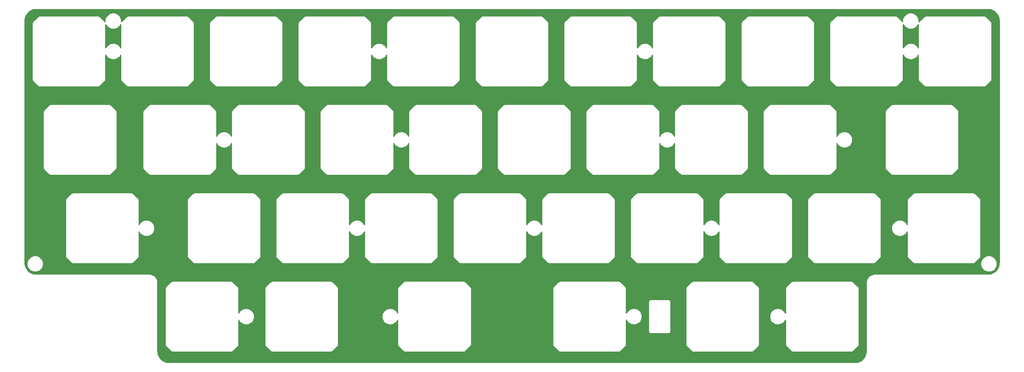
<source format=gbr>
%TF.GenerationSoftware,KiCad,Pcbnew,8.0.9*%
%TF.CreationDate,2026-02-07T17:36:23+01:00*%
%TF.ProjectId,travaulta plate topre fr4,74726176-6175-46c7-9461-20706c617465,rev?*%
%TF.SameCoordinates,Original*%
%TF.FileFunction,Copper,L2,Bot*%
%TF.FilePolarity,Positive*%
%FSLAX46Y46*%
G04 Gerber Fmt 4.6, Leading zero omitted, Abs format (unit mm)*
G04 Created by KiCad (PCBNEW 8.0.9) date 2026-02-07 17:36:23*
%MOMM*%
%LPD*%
G01*
G04 APERTURE LIST*
G04 APERTURE END LIST*
%TA.AperFunction,Conductor*%
%TO.N,GND*%
G36*
X65162793Y-51249733D02*
G01*
X65211172Y-51301695D01*
X65224500Y-51358096D01*
X65224500Y-56366902D01*
X65204498Y-56435023D01*
X65150842Y-56481516D01*
X65080568Y-56491620D01*
X65015988Y-56462126D01*
X64982092Y-56415123D01*
X64975154Y-56398372D01*
X64839412Y-56176860D01*
X64839409Y-56176856D01*
X64670689Y-55979310D01*
X64473143Y-55810590D01*
X64473136Y-55810585D01*
X64343260Y-55730998D01*
X64251628Y-55674846D01*
X64011610Y-55575427D01*
X63758994Y-55514779D01*
X63500000Y-55494396D01*
X63241006Y-55514779D01*
X62988389Y-55575427D01*
X62748370Y-55674847D01*
X62526863Y-55810585D01*
X62526856Y-55810590D01*
X62329310Y-55979310D01*
X62160590Y-56176856D01*
X62160585Y-56176863D01*
X62024848Y-56398368D01*
X62024846Y-56398372D01*
X62017907Y-56415122D01*
X61973360Y-56470401D01*
X61905997Y-56492822D01*
X61837205Y-56475263D01*
X61788827Y-56423301D01*
X61775500Y-56366902D01*
X61775500Y-51358096D01*
X61795502Y-51289975D01*
X61849158Y-51243482D01*
X61919432Y-51233378D01*
X61984012Y-51262872D01*
X62017909Y-51309879D01*
X62024846Y-51326627D01*
X62160585Y-51548135D01*
X62160590Y-51548142D01*
X62329310Y-51745688D01*
X62526856Y-51914408D01*
X62526860Y-51914411D01*
X62748372Y-52050153D01*
X62988390Y-52149572D01*
X63241006Y-52210220D01*
X63500000Y-52230603D01*
X63758994Y-52210220D01*
X64011610Y-52149572D01*
X64251628Y-52050153D01*
X64473140Y-51914411D01*
X64670689Y-51745688D01*
X64839412Y-51548139D01*
X64975154Y-51326627D01*
X64982091Y-51309878D01*
X65026638Y-51254598D01*
X65094001Y-51232176D01*
X65162793Y-51249733D01*
G37*
%TD.AperFunction*%
%TA.AperFunction,Conductor*%
G36*
X236612793Y-51249733D02*
G01*
X236661172Y-51301695D01*
X236674500Y-51358096D01*
X236674500Y-56366902D01*
X236654498Y-56435023D01*
X236600842Y-56481516D01*
X236530568Y-56491620D01*
X236465988Y-56462126D01*
X236432092Y-56415123D01*
X236425154Y-56398372D01*
X236289412Y-56176860D01*
X236289409Y-56176856D01*
X236120689Y-55979310D01*
X235923143Y-55810590D01*
X235923136Y-55810585D01*
X235793260Y-55730998D01*
X235701628Y-55674846D01*
X235461610Y-55575427D01*
X235208994Y-55514779D01*
X234950000Y-55494396D01*
X234691006Y-55514779D01*
X234438389Y-55575427D01*
X234198370Y-55674847D01*
X233976863Y-55810585D01*
X233976856Y-55810590D01*
X233779310Y-55979310D01*
X233610590Y-56176856D01*
X233610585Y-56176863D01*
X233474848Y-56398368D01*
X233474846Y-56398372D01*
X233467907Y-56415122D01*
X233423360Y-56470401D01*
X233355997Y-56492822D01*
X233287205Y-56475263D01*
X233238827Y-56423301D01*
X233225500Y-56366902D01*
X233225500Y-51358096D01*
X233245502Y-51289975D01*
X233299158Y-51243482D01*
X233369432Y-51233378D01*
X233434012Y-51262872D01*
X233467909Y-51309879D01*
X233474846Y-51326627D01*
X233610585Y-51548135D01*
X233610590Y-51548142D01*
X233779310Y-51745688D01*
X233976856Y-51914408D01*
X233976860Y-51914411D01*
X234198372Y-52050153D01*
X234438390Y-52149572D01*
X234691006Y-52210220D01*
X234950000Y-52230603D01*
X235208994Y-52210220D01*
X235461610Y-52149572D01*
X235701628Y-52050153D01*
X235923140Y-51914411D01*
X236120689Y-51745688D01*
X236289412Y-51548139D01*
X236425154Y-51326627D01*
X236432091Y-51309878D01*
X236476638Y-51254598D01*
X236544001Y-51232176D01*
X236612793Y-51249733D01*
G37*
%TD.AperFunction*%
%TA.AperFunction,Conductor*%
G36*
X251478525Y-47975696D02*
G01*
X251758989Y-47991447D01*
X251773025Y-47993028D01*
X252046475Y-48039490D01*
X252060233Y-48042630D01*
X252326771Y-48119418D01*
X252340091Y-48124079D01*
X252547321Y-48209916D01*
X252596343Y-48230222D01*
X252609073Y-48236353D01*
X252851820Y-48370514D01*
X252863785Y-48378031D01*
X253089992Y-48538534D01*
X253101039Y-48547344D01*
X253307847Y-48732160D01*
X253317838Y-48742151D01*
X253502654Y-48948959D01*
X253511464Y-48960006D01*
X253671967Y-49186214D01*
X253679484Y-49198178D01*
X253813645Y-49440924D01*
X253819776Y-49453655D01*
X253925915Y-49709897D01*
X253930582Y-49723234D01*
X254007367Y-49989759D01*
X254010511Y-50003534D01*
X254056970Y-50276971D01*
X254058552Y-50291012D01*
X254074302Y-50571455D01*
X254074500Y-50578520D01*
X254074500Y-102671459D01*
X254074302Y-102678524D01*
X254058551Y-102958985D01*
X254056969Y-102973026D01*
X254010510Y-103246465D01*
X254007366Y-103260240D01*
X253930583Y-103526762D01*
X253925916Y-103540099D01*
X253819776Y-103796342D01*
X253813645Y-103809072D01*
X253679484Y-104051819D01*
X253671967Y-104063784D01*
X253511464Y-104289991D01*
X253502654Y-104301037D01*
X253317838Y-104507847D01*
X253307847Y-104517839D01*
X253101035Y-104702657D01*
X253089988Y-104711467D01*
X252863790Y-104871963D01*
X252851825Y-104879480D01*
X252609073Y-105013644D01*
X252596344Y-105019775D01*
X252340100Y-105125916D01*
X252326762Y-105130583D01*
X252060241Y-105207366D01*
X252046466Y-105210510D01*
X251773027Y-105256969D01*
X251758986Y-105258551D01*
X251478544Y-105274301D01*
X251471479Y-105274499D01*
X227126390Y-105274499D01*
X227126374Y-105274500D01*
X227078378Y-105274500D01*
X226917866Y-105297578D01*
X226837608Y-105309117D01*
X226837601Y-105309119D01*
X226604218Y-105377646D01*
X226382954Y-105478694D01*
X226178330Y-105610198D01*
X225994493Y-105769493D01*
X225835202Y-105953324D01*
X225703697Y-106157950D01*
X225602646Y-106379218D01*
X225534118Y-106612603D01*
X225534117Y-106612608D01*
X225502343Y-106833608D01*
X225499500Y-106853379D01*
X225499500Y-121721459D01*
X225499302Y-121728524D01*
X225483551Y-122008985D01*
X225481969Y-122023026D01*
X225435510Y-122296465D01*
X225432366Y-122310240D01*
X225355583Y-122576762D01*
X225350916Y-122590099D01*
X225244776Y-122846342D01*
X225238645Y-122859072D01*
X225104484Y-123101819D01*
X225096967Y-123113784D01*
X224936464Y-123339991D01*
X224927654Y-123351037D01*
X224742838Y-123557847D01*
X224732847Y-123567839D01*
X224526035Y-123752657D01*
X224514988Y-123761467D01*
X224288790Y-123921963D01*
X224276825Y-123929480D01*
X224034073Y-124063644D01*
X224021344Y-124069775D01*
X223765100Y-124175916D01*
X223751762Y-124180583D01*
X223485241Y-124257366D01*
X223471466Y-124260510D01*
X223198027Y-124306969D01*
X223183986Y-124308551D01*
X222903544Y-124324301D01*
X222896479Y-124324499D01*
X75553539Y-124324499D01*
X75546474Y-124324301D01*
X75266013Y-124308550D01*
X75251972Y-124306968D01*
X74978533Y-124260509D01*
X74964758Y-124257365D01*
X74698237Y-124180582D01*
X74684900Y-124175915D01*
X74428656Y-124069775D01*
X74415925Y-124063644D01*
X74173179Y-123929483D01*
X74161215Y-123921966D01*
X73935008Y-123761463D01*
X73923961Y-123752653D01*
X73717152Y-123567837D01*
X73707161Y-123557846D01*
X73522346Y-123351038D01*
X73513536Y-123339991D01*
X73353033Y-123113783D01*
X73345516Y-123101819D01*
X73211355Y-122859073D01*
X73205224Y-122846342D01*
X73185930Y-122799764D01*
X73099081Y-122590089D01*
X73094420Y-122576769D01*
X73017632Y-122310232D01*
X73014492Y-122296474D01*
X72968030Y-122023024D01*
X72966449Y-122008985D01*
X72954201Y-121790894D01*
X72950697Y-121728505D01*
X72950500Y-121721443D01*
X72950500Y-108234108D01*
X74749500Y-108234108D01*
X74749500Y-120234107D01*
X74749500Y-120234108D01*
X74749500Y-120365892D01*
X74774467Y-120459073D01*
X74783607Y-120493183D01*
X74783610Y-120493190D01*
X74849497Y-120607310D01*
X74849505Y-120607320D01*
X75849500Y-121607314D01*
X75942686Y-121700500D01*
X76056814Y-121766392D01*
X76184108Y-121800500D01*
X76184110Y-121800500D01*
X88915890Y-121800500D01*
X88915892Y-121800500D01*
X89043186Y-121766392D01*
X89157314Y-121700500D01*
X90250500Y-120607314D01*
X90316392Y-120493186D01*
X90350500Y-120365892D01*
X90350500Y-120234107D01*
X90350500Y-115083097D01*
X90370502Y-115014976D01*
X90424158Y-114968483D01*
X90494432Y-114958379D01*
X90559012Y-114987873D01*
X90592909Y-115034880D01*
X90599846Y-115051628D01*
X90735585Y-115273136D01*
X90735590Y-115273143D01*
X90904310Y-115470689D01*
X91101856Y-115639409D01*
X91101860Y-115639412D01*
X91323372Y-115775154D01*
X91563390Y-115874573D01*
X91816006Y-115935221D01*
X92075000Y-115955604D01*
X92333994Y-115935221D01*
X92586610Y-115874573D01*
X92826628Y-115775154D01*
X93048140Y-115639412D01*
X93245689Y-115470689D01*
X93414412Y-115273140D01*
X93550154Y-115051628D01*
X93649573Y-114811610D01*
X93710221Y-114558994D01*
X93730604Y-114300000D01*
X93710221Y-114041006D01*
X93649573Y-113788390D01*
X93550154Y-113548372D01*
X93414412Y-113326860D01*
X93414409Y-113326856D01*
X93245689Y-113129310D01*
X93048143Y-112960590D01*
X93048136Y-112960585D01*
X92918260Y-112880998D01*
X92826628Y-112824846D01*
X92586610Y-112725427D01*
X92333994Y-112664779D01*
X92075000Y-112644396D01*
X91816006Y-112664779D01*
X91563389Y-112725427D01*
X91323370Y-112824847D01*
X91101863Y-112960585D01*
X91101856Y-112960590D01*
X90904310Y-113129310D01*
X90735590Y-113326856D01*
X90735585Y-113326863D01*
X90599848Y-113548368D01*
X90599846Y-113548372D01*
X90592907Y-113565122D01*
X90548360Y-113620401D01*
X90480997Y-113642822D01*
X90412205Y-113625263D01*
X90363827Y-113573301D01*
X90350500Y-113516902D01*
X90350500Y-108234109D01*
X90350500Y-108234108D01*
X96179500Y-108234108D01*
X96179500Y-120234107D01*
X96179500Y-120234108D01*
X96179500Y-120365892D01*
X96204467Y-120459073D01*
X96213607Y-120493183D01*
X96213610Y-120493190D01*
X96279497Y-120607310D01*
X96279505Y-120607320D01*
X97279500Y-121607314D01*
X97372686Y-121700500D01*
X97486814Y-121766392D01*
X97614108Y-121800500D01*
X97614110Y-121800500D01*
X110345890Y-121800500D01*
X110345892Y-121800500D01*
X110473186Y-121766392D01*
X110587314Y-121700500D01*
X111680500Y-120607314D01*
X111746392Y-120493186D01*
X111780500Y-120365892D01*
X111780500Y-120234107D01*
X111780500Y-114300000D01*
X121375646Y-114300000D01*
X121396029Y-114558994D01*
X121456677Y-114811610D01*
X121556096Y-115051628D01*
X121556097Y-115051629D01*
X121691835Y-115273136D01*
X121691840Y-115273143D01*
X121860560Y-115470689D01*
X122058106Y-115639409D01*
X122058110Y-115639412D01*
X122279622Y-115775154D01*
X122519640Y-115874573D01*
X122772256Y-115935221D01*
X123031250Y-115955604D01*
X123290244Y-115935221D01*
X123542860Y-115874573D01*
X123782878Y-115775154D01*
X124004390Y-115639412D01*
X124201939Y-115470689D01*
X124370662Y-115273140D01*
X124506404Y-115051628D01*
X124512091Y-115037897D01*
X124556638Y-114982617D01*
X124624002Y-114960195D01*
X124692793Y-114977753D01*
X124741172Y-115029714D01*
X124754500Y-115086115D01*
X124754500Y-120234107D01*
X124754500Y-120234108D01*
X124754500Y-120365892D01*
X124779467Y-120459073D01*
X124788607Y-120493183D01*
X124788610Y-120493190D01*
X124854497Y-120607310D01*
X124854505Y-120607320D01*
X125854500Y-121607314D01*
X125947686Y-121700500D01*
X126061814Y-121766392D01*
X126189108Y-121800500D01*
X126189110Y-121800500D01*
X138920890Y-121800500D01*
X138920892Y-121800500D01*
X139048186Y-121766392D01*
X139162314Y-121700500D01*
X140255500Y-120607314D01*
X140321392Y-120493186D01*
X140355500Y-120365892D01*
X140355500Y-120234107D01*
X140355500Y-108234108D01*
X158091500Y-108234108D01*
X158091500Y-120234107D01*
X158091500Y-120234108D01*
X158091500Y-120365892D01*
X158116467Y-120459073D01*
X158125607Y-120493183D01*
X158125610Y-120493190D01*
X158191497Y-120607310D01*
X158191505Y-120607320D01*
X159191500Y-121607314D01*
X159284686Y-121700500D01*
X159398814Y-121766392D01*
X159526108Y-121800500D01*
X159526110Y-121800500D01*
X172257890Y-121800500D01*
X172257892Y-121800500D01*
X172385186Y-121766392D01*
X172499314Y-121700500D01*
X173592500Y-120607314D01*
X173658392Y-120493186D01*
X173692500Y-120365892D01*
X173692500Y-120234107D01*
X173692500Y-115078872D01*
X173712502Y-115010751D01*
X173766158Y-114964258D01*
X173836432Y-114954154D01*
X173901012Y-114983648D01*
X173934909Y-115030655D01*
X173943596Y-115051628D01*
X174079335Y-115273136D01*
X174079340Y-115273143D01*
X174248060Y-115470689D01*
X174445606Y-115639409D01*
X174445610Y-115639412D01*
X174667122Y-115775154D01*
X174907140Y-115874573D01*
X175159756Y-115935221D01*
X175418750Y-115955604D01*
X175677744Y-115935221D01*
X175930360Y-115874573D01*
X176170378Y-115775154D01*
X176391890Y-115639412D01*
X176589439Y-115470689D01*
X176758162Y-115273140D01*
X176893904Y-115051628D01*
X176993323Y-114811610D01*
X177053971Y-114558994D01*
X177074354Y-114300000D01*
X177053971Y-114041006D01*
X176993323Y-113788390D01*
X176893904Y-113548372D01*
X176758162Y-113326860D01*
X176758159Y-113326856D01*
X176589439Y-113129310D01*
X176391893Y-112960590D01*
X176391886Y-112960585D01*
X176262010Y-112880998D01*
X176170378Y-112824846D01*
X175930360Y-112725427D01*
X175677744Y-112664779D01*
X175418750Y-112644396D01*
X175159756Y-112664779D01*
X174907139Y-112725427D01*
X174667120Y-112824847D01*
X174445613Y-112960585D01*
X174445606Y-112960590D01*
X174248060Y-113129310D01*
X174079340Y-113326856D01*
X174079335Y-113326863D01*
X173943598Y-113548368D01*
X173943596Y-113548372D01*
X173936659Y-113565121D01*
X173934909Y-113569345D01*
X173890360Y-113624626D01*
X173822997Y-113647047D01*
X173754206Y-113629489D01*
X173705827Y-113577526D01*
X173692500Y-113521127D01*
X173692500Y-111149535D01*
X178667661Y-111149535D01*
X178667661Y-117424066D01*
X178692628Y-117517247D01*
X178701768Y-117551357D01*
X178701771Y-117551364D01*
X178767658Y-117665484D01*
X178767666Y-117665494D01*
X178860840Y-117758668D01*
X178860845Y-117758672D01*
X178860847Y-117758674D01*
X178974975Y-117824566D01*
X179102269Y-117858674D01*
X179102271Y-117858674D01*
X182829282Y-117858674D01*
X182829284Y-117858674D01*
X182956578Y-117824566D01*
X183070706Y-117758674D01*
X183163892Y-117665488D01*
X183229784Y-117551360D01*
X183263892Y-117424066D01*
X183263892Y-111149535D01*
X183229784Y-111022241D01*
X183163892Y-110908113D01*
X183163890Y-110908111D01*
X183163886Y-110908106D01*
X183070712Y-110814932D01*
X183070702Y-110814924D01*
X182956582Y-110749037D01*
X182956579Y-110749036D01*
X182956578Y-110749035D01*
X182956576Y-110749034D01*
X182956575Y-110749034D01*
X182922465Y-110739894D01*
X182829284Y-110714927D01*
X179234053Y-110714927D01*
X179102269Y-110714927D01*
X179034055Y-110733204D01*
X178974977Y-110749034D01*
X178974970Y-110749037D01*
X178860850Y-110814924D01*
X178860840Y-110814932D01*
X178767666Y-110908106D01*
X178767658Y-110908116D01*
X178701771Y-111022236D01*
X178701769Y-111022241D01*
X178667661Y-111149535D01*
X173692500Y-111149535D01*
X173692500Y-108234109D01*
X173692500Y-108234108D01*
X186669500Y-108234108D01*
X186669500Y-120234107D01*
X186669500Y-120234108D01*
X186669500Y-120365892D01*
X186694467Y-120459073D01*
X186703607Y-120493183D01*
X186703610Y-120493190D01*
X186769497Y-120607310D01*
X186769505Y-120607320D01*
X187769500Y-121607314D01*
X187862686Y-121700500D01*
X187976814Y-121766392D01*
X188104108Y-121800500D01*
X188104110Y-121800500D01*
X200835890Y-121800500D01*
X200835892Y-121800500D01*
X200963186Y-121766392D01*
X201077314Y-121700500D01*
X202170500Y-120607314D01*
X202236392Y-120493186D01*
X202270500Y-120365892D01*
X202270500Y-120234107D01*
X202270500Y-114300000D01*
X204719396Y-114300000D01*
X204739779Y-114558994D01*
X204800427Y-114811610D01*
X204899846Y-115051628D01*
X204899847Y-115051629D01*
X205035585Y-115273136D01*
X205035590Y-115273143D01*
X205204310Y-115470689D01*
X205401856Y-115639409D01*
X205401860Y-115639412D01*
X205623372Y-115775154D01*
X205863390Y-115874573D01*
X206116006Y-115935221D01*
X206375000Y-115955604D01*
X206633994Y-115935221D01*
X206886610Y-115874573D01*
X207126628Y-115775154D01*
X207348140Y-115639412D01*
X207545689Y-115470689D01*
X207714412Y-115273140D01*
X207850154Y-115051628D01*
X207857091Y-115034879D01*
X207901638Y-114979599D01*
X207969001Y-114957177D01*
X208037793Y-114974734D01*
X208086172Y-115026696D01*
X208099500Y-115083097D01*
X208099500Y-120234107D01*
X208099500Y-120234108D01*
X208099500Y-120365892D01*
X208124467Y-120459073D01*
X208133607Y-120493183D01*
X208133610Y-120493190D01*
X208199497Y-120607310D01*
X208199505Y-120607320D01*
X209199500Y-121607314D01*
X209292686Y-121700500D01*
X209406814Y-121766392D01*
X209534108Y-121800500D01*
X209534110Y-121800500D01*
X222265890Y-121800500D01*
X222265892Y-121800500D01*
X222393186Y-121766392D01*
X222507314Y-121700500D01*
X223600500Y-120607314D01*
X223666392Y-120493186D01*
X223700500Y-120365892D01*
X223700500Y-120234107D01*
X223700500Y-108234108D01*
X223666392Y-108106814D01*
X223600500Y-107992686D01*
X223507314Y-107899500D01*
X223408314Y-107800500D01*
X222507320Y-106899505D01*
X222507310Y-106899497D01*
X222393190Y-106833610D01*
X222393187Y-106833609D01*
X222393186Y-106833608D01*
X222393184Y-106833607D01*
X222393183Y-106833607D01*
X222359073Y-106824467D01*
X222265892Y-106799500D01*
X209665893Y-106799500D01*
X209534108Y-106799500D01*
X209465894Y-106817777D01*
X209406816Y-106833607D01*
X209406809Y-106833610D01*
X209292689Y-106899497D01*
X209292679Y-106899505D01*
X208391686Y-107800500D01*
X208292686Y-107899500D01*
X208246093Y-107946092D01*
X208199501Y-107992684D01*
X208199497Y-107992689D01*
X208133610Y-108106809D01*
X208133607Y-108106816D01*
X208099500Y-108234109D01*
X208099500Y-113516902D01*
X208079498Y-113585023D01*
X208025842Y-113631516D01*
X207955568Y-113641620D01*
X207890988Y-113612126D01*
X207857092Y-113565123D01*
X207850154Y-113548372D01*
X207714412Y-113326860D01*
X207714409Y-113326856D01*
X207545689Y-113129310D01*
X207348143Y-112960590D01*
X207348136Y-112960585D01*
X207218260Y-112880998D01*
X207126628Y-112824846D01*
X206886610Y-112725427D01*
X206633994Y-112664779D01*
X206375000Y-112644396D01*
X206116006Y-112664779D01*
X205863389Y-112725427D01*
X205623370Y-112824847D01*
X205401863Y-112960585D01*
X205401856Y-112960590D01*
X205204310Y-113129310D01*
X205035590Y-113326856D01*
X205035585Y-113326863D01*
X204899848Y-113548368D01*
X204899846Y-113548372D01*
X204892908Y-113565121D01*
X204800427Y-113788389D01*
X204750065Y-113998162D01*
X204739779Y-114041006D01*
X204719396Y-114300000D01*
X202270500Y-114300000D01*
X202270500Y-108234108D01*
X202236392Y-108106814D01*
X202170500Y-107992686D01*
X202077314Y-107899500D01*
X201978314Y-107800500D01*
X201077320Y-106899505D01*
X201077310Y-106899497D01*
X200963190Y-106833610D01*
X200963187Y-106833609D01*
X200963186Y-106833608D01*
X200963184Y-106833607D01*
X200963183Y-106833607D01*
X200929073Y-106824467D01*
X200835892Y-106799500D01*
X188235893Y-106799500D01*
X188104108Y-106799500D01*
X188035894Y-106817777D01*
X187976816Y-106833607D01*
X187976809Y-106833610D01*
X187862689Y-106899497D01*
X187862679Y-106899505D01*
X186961686Y-107800500D01*
X186862686Y-107899500D01*
X186816093Y-107946092D01*
X186769501Y-107992684D01*
X186769497Y-107992689D01*
X186703610Y-108106809D01*
X186703608Y-108106814D01*
X186669500Y-108234108D01*
X173692500Y-108234108D01*
X173658392Y-108106814D01*
X173592500Y-107992686D01*
X173499314Y-107899500D01*
X173400314Y-107800500D01*
X172499320Y-106899505D01*
X172499310Y-106899497D01*
X172385190Y-106833610D01*
X172385187Y-106833609D01*
X172385186Y-106833608D01*
X172385184Y-106833607D01*
X172385183Y-106833607D01*
X172351073Y-106824467D01*
X172257892Y-106799500D01*
X159657893Y-106799500D01*
X159526108Y-106799500D01*
X159457894Y-106817777D01*
X159398816Y-106833607D01*
X159398809Y-106833610D01*
X159284689Y-106899497D01*
X159284679Y-106899505D01*
X158383686Y-107800500D01*
X158284686Y-107899500D01*
X158238093Y-107946092D01*
X158191501Y-107992684D01*
X158191497Y-107992689D01*
X158125610Y-108106809D01*
X158125608Y-108106814D01*
X158091500Y-108234108D01*
X140355500Y-108234108D01*
X140321392Y-108106814D01*
X140255500Y-107992686D01*
X140162314Y-107899500D01*
X140063314Y-107800500D01*
X139162320Y-106899505D01*
X139162310Y-106899497D01*
X139048190Y-106833610D01*
X139048187Y-106833609D01*
X139048186Y-106833608D01*
X139048184Y-106833607D01*
X139048183Y-106833607D01*
X139014073Y-106824467D01*
X138920892Y-106799500D01*
X126320893Y-106799500D01*
X126189108Y-106799500D01*
X126120894Y-106817777D01*
X126061816Y-106833607D01*
X126061809Y-106833610D01*
X125947689Y-106899497D01*
X125947679Y-106899505D01*
X125046686Y-107800500D01*
X124947686Y-107899500D01*
X124901093Y-107946092D01*
X124854501Y-107992684D01*
X124854497Y-107992689D01*
X124788610Y-108106809D01*
X124788607Y-108106816D01*
X124754500Y-108234109D01*
X124754500Y-113513884D01*
X124734498Y-113582005D01*
X124680842Y-113628498D01*
X124610568Y-113638602D01*
X124545988Y-113609108D01*
X124512092Y-113562103D01*
X124506405Y-113548374D01*
X124506404Y-113548372D01*
X124370664Y-113326863D01*
X124370659Y-113326856D01*
X124201939Y-113129310D01*
X124004393Y-112960590D01*
X124004386Y-112960585D01*
X123874510Y-112880998D01*
X123782878Y-112824846D01*
X123542860Y-112725427D01*
X123290244Y-112664779D01*
X123031250Y-112644396D01*
X122772256Y-112664779D01*
X122519639Y-112725427D01*
X122279620Y-112824847D01*
X122058113Y-112960585D01*
X122058106Y-112960590D01*
X121860560Y-113129310D01*
X121691840Y-113326856D01*
X121691835Y-113326863D01*
X121556098Y-113548368D01*
X121556096Y-113548372D01*
X121549158Y-113565121D01*
X121456677Y-113788389D01*
X121406315Y-113998162D01*
X121396029Y-114041006D01*
X121375646Y-114300000D01*
X111780500Y-114300000D01*
X111780500Y-108234108D01*
X111746392Y-108106814D01*
X111680500Y-107992686D01*
X111587314Y-107899500D01*
X111488314Y-107800500D01*
X110587320Y-106899505D01*
X110587310Y-106899497D01*
X110473190Y-106833610D01*
X110473187Y-106833609D01*
X110473186Y-106833608D01*
X110473184Y-106833607D01*
X110473183Y-106833607D01*
X110439073Y-106824467D01*
X110345892Y-106799500D01*
X97745893Y-106799500D01*
X97614108Y-106799500D01*
X97545894Y-106817777D01*
X97486816Y-106833607D01*
X97486809Y-106833610D01*
X97372689Y-106899497D01*
X97372679Y-106899505D01*
X96471686Y-107800500D01*
X96372686Y-107899500D01*
X96326093Y-107946092D01*
X96279501Y-107992684D01*
X96279497Y-107992689D01*
X96213610Y-108106809D01*
X96213608Y-108106814D01*
X96179500Y-108234108D01*
X90350500Y-108234108D01*
X90316392Y-108106814D01*
X90250500Y-107992686D01*
X90157314Y-107899500D01*
X90058314Y-107800500D01*
X89157320Y-106899505D01*
X89157310Y-106899497D01*
X89043190Y-106833610D01*
X89043187Y-106833609D01*
X89043186Y-106833608D01*
X89043184Y-106833607D01*
X89043183Y-106833607D01*
X89009073Y-106824467D01*
X88915892Y-106799500D01*
X76315893Y-106799500D01*
X76184108Y-106799500D01*
X76115894Y-106817777D01*
X76056816Y-106833607D01*
X76056809Y-106833610D01*
X75942689Y-106899497D01*
X75942679Y-106899505D01*
X75041686Y-107800500D01*
X74942686Y-107899500D01*
X74896093Y-107946092D01*
X74849501Y-107992684D01*
X74849497Y-107992689D01*
X74783610Y-108106809D01*
X74783608Y-108106814D01*
X74749500Y-108234108D01*
X72950500Y-108234108D01*
X72950500Y-107027191D01*
X72950501Y-107027187D01*
X72950501Y-106853379D01*
X72947659Y-106833610D01*
X72915884Y-106612608D01*
X72847354Y-106379217D01*
X72746306Y-106157954D01*
X72614798Y-105953324D01*
X72455507Y-105769492D01*
X72271675Y-105610201D01*
X72271673Y-105610200D01*
X72271670Y-105610197D01*
X72067046Y-105478693D01*
X71845783Y-105377646D01*
X71612395Y-105309117D01*
X71612393Y-105309116D01*
X71612391Y-105309116D01*
X71371622Y-105274499D01*
X71371618Y-105274499D01*
X46978539Y-105274499D01*
X46971474Y-105274301D01*
X46691013Y-105258550D01*
X46676972Y-105256968D01*
X46403533Y-105210509D01*
X46389758Y-105207365D01*
X46123237Y-105130582D01*
X46109900Y-105125915D01*
X45853656Y-105019775D01*
X45840925Y-105013644D01*
X45598179Y-104879483D01*
X45586215Y-104871966D01*
X45360008Y-104711463D01*
X45348961Y-104702653D01*
X45142152Y-104517837D01*
X45132161Y-104507846D01*
X44947346Y-104301038D01*
X44938536Y-104289991D01*
X44778033Y-104063783D01*
X44770516Y-104051819D01*
X44636355Y-103809073D01*
X44630224Y-103796342D01*
X44540100Y-103578763D01*
X44524081Y-103540089D01*
X44519420Y-103526769D01*
X44442632Y-103260232D01*
X44439492Y-103246474D01*
X44393030Y-102973024D01*
X44391449Y-102958985D01*
X44390046Y-102933999D01*
X45060396Y-102933999D01*
X45080779Y-103192993D01*
X45141427Y-103445609D01*
X45240846Y-103685627D01*
X45240847Y-103685628D01*
X45376585Y-103907135D01*
X45376590Y-103907142D01*
X45545310Y-104104688D01*
X45675954Y-104216268D01*
X45742860Y-104273411D01*
X45964372Y-104409153D01*
X46204390Y-104508572D01*
X46457006Y-104569220D01*
X46716000Y-104589603D01*
X46974994Y-104569220D01*
X47227610Y-104508572D01*
X47467628Y-104409153D01*
X47689140Y-104273411D01*
X47886689Y-104104688D01*
X48055412Y-103907139D01*
X48191154Y-103685627D01*
X48290573Y-103445609D01*
X48351221Y-103192993D01*
X48371604Y-102933999D01*
X250078771Y-102933999D01*
X250099154Y-103192993D01*
X250159802Y-103445609D01*
X250259221Y-103685627D01*
X250259222Y-103685628D01*
X250394960Y-103907135D01*
X250394965Y-103907142D01*
X250563685Y-104104688D01*
X250694329Y-104216268D01*
X250761235Y-104273411D01*
X250982747Y-104409153D01*
X251222765Y-104508572D01*
X251475381Y-104569220D01*
X251734375Y-104589603D01*
X251993369Y-104569220D01*
X252245985Y-104508572D01*
X252486003Y-104409153D01*
X252707515Y-104273411D01*
X252905064Y-104104688D01*
X253073787Y-103907139D01*
X253209529Y-103685627D01*
X253308948Y-103445609D01*
X253369596Y-103192993D01*
X253389979Y-102933999D01*
X253369596Y-102675005D01*
X253308948Y-102422389D01*
X253209529Y-102182371D01*
X253073787Y-101960859D01*
X253073784Y-101960855D01*
X252905064Y-101763309D01*
X252707518Y-101594589D01*
X252707511Y-101594584D01*
X252577635Y-101514997D01*
X252486003Y-101458845D01*
X252245985Y-101359426D01*
X251993369Y-101298778D01*
X251734375Y-101278395D01*
X251475381Y-101298778D01*
X251222764Y-101359426D01*
X251053044Y-101429726D01*
X251020542Y-101443190D01*
X250982745Y-101458846D01*
X250761238Y-101594584D01*
X250761231Y-101594589D01*
X250563685Y-101763309D01*
X250394965Y-101960855D01*
X250394960Y-101960862D01*
X250259222Y-102182369D01*
X250159802Y-102422388D01*
X250127409Y-102557314D01*
X250099154Y-102675005D01*
X250078771Y-102933999D01*
X48371604Y-102933999D01*
X48351221Y-102675005D01*
X48290573Y-102422389D01*
X48191154Y-102182371D01*
X48055412Y-101960859D01*
X48055409Y-101960855D01*
X47886689Y-101763309D01*
X47689143Y-101594589D01*
X47689136Y-101594584D01*
X47559260Y-101514997D01*
X47467628Y-101458845D01*
X47227610Y-101359426D01*
X46974994Y-101298778D01*
X46716000Y-101278395D01*
X46457006Y-101298778D01*
X46204389Y-101359426D01*
X46034669Y-101429726D01*
X46002167Y-101443190D01*
X45964370Y-101458846D01*
X45742863Y-101594584D01*
X45742856Y-101594589D01*
X45545310Y-101763309D01*
X45376590Y-101960855D01*
X45376585Y-101960862D01*
X45240847Y-102182369D01*
X45141427Y-102422388D01*
X45109034Y-102557314D01*
X45080779Y-102675005D01*
X45060396Y-102933999D01*
X44390046Y-102933999D01*
X44379201Y-102740894D01*
X44375697Y-102678505D01*
X44375500Y-102671443D01*
X44375500Y-89184108D01*
X53319500Y-89184108D01*
X53319500Y-101184107D01*
X53319500Y-101184108D01*
X53319500Y-101315892D01*
X53331165Y-101359426D01*
X53353607Y-101443183D01*
X53353610Y-101443190D01*
X53419497Y-101557310D01*
X53419505Y-101557320D01*
X54419500Y-102557314D01*
X54512686Y-102650500D01*
X54626814Y-102716392D01*
X54754108Y-102750500D01*
X54754110Y-102750500D01*
X67485890Y-102750500D01*
X67485892Y-102750500D01*
X67613186Y-102716392D01*
X67727314Y-102650500D01*
X68820500Y-101557314D01*
X68886392Y-101443186D01*
X68920500Y-101315892D01*
X68920500Y-101184107D01*
X68920500Y-96036115D01*
X68940502Y-95967994D01*
X68994158Y-95921501D01*
X69064432Y-95911397D01*
X69129012Y-95940891D01*
X69162909Y-95987898D01*
X69168596Y-96001628D01*
X69304335Y-96223136D01*
X69304340Y-96223143D01*
X69473060Y-96420689D01*
X69670606Y-96589409D01*
X69670610Y-96589412D01*
X69892122Y-96725154D01*
X70132140Y-96824573D01*
X70384756Y-96885221D01*
X70643750Y-96905604D01*
X70902744Y-96885221D01*
X71155360Y-96824573D01*
X71395378Y-96725154D01*
X71616890Y-96589412D01*
X71814439Y-96420689D01*
X71983162Y-96223140D01*
X72118904Y-96001628D01*
X72218323Y-95761610D01*
X72278971Y-95508994D01*
X72299354Y-95250000D01*
X72278971Y-94991006D01*
X72218323Y-94738390D01*
X72118904Y-94498372D01*
X71983162Y-94276860D01*
X71983159Y-94276856D01*
X71814439Y-94079310D01*
X71616893Y-93910590D01*
X71616886Y-93910585D01*
X71487010Y-93830998D01*
X71395378Y-93774846D01*
X71155360Y-93675427D01*
X70902744Y-93614779D01*
X70643750Y-93594396D01*
X70384756Y-93614779D01*
X70132139Y-93675427D01*
X69892120Y-93774847D01*
X69670613Y-93910585D01*
X69670606Y-93910590D01*
X69473060Y-94079310D01*
X69304340Y-94276856D01*
X69304335Y-94276863D01*
X69168595Y-94498372D01*
X69168594Y-94498374D01*
X69162908Y-94512103D01*
X69118360Y-94567384D01*
X69050996Y-94589804D01*
X68982205Y-94572245D01*
X68933827Y-94520283D01*
X68920500Y-94463884D01*
X68920500Y-89184109D01*
X68920500Y-89184108D01*
X79512000Y-89184108D01*
X79512000Y-101184107D01*
X79512000Y-101184108D01*
X79512000Y-101315892D01*
X79523665Y-101359426D01*
X79546107Y-101443183D01*
X79546110Y-101443190D01*
X79611997Y-101557310D01*
X79612005Y-101557320D01*
X80612000Y-102557314D01*
X80705186Y-102650500D01*
X80819314Y-102716392D01*
X80946608Y-102750500D01*
X80946610Y-102750500D01*
X93678390Y-102750500D01*
X93678392Y-102750500D01*
X93805686Y-102716392D01*
X93919814Y-102650500D01*
X95013000Y-101557314D01*
X95078892Y-101443186D01*
X95113000Y-101315892D01*
X95113000Y-101184107D01*
X95113000Y-89184108D01*
X98562000Y-89184108D01*
X98562000Y-101184107D01*
X98562000Y-101184108D01*
X98562000Y-101315892D01*
X98573665Y-101359426D01*
X98596107Y-101443183D01*
X98596110Y-101443190D01*
X98661997Y-101557310D01*
X98662005Y-101557320D01*
X99662000Y-102557314D01*
X99755186Y-102650500D01*
X99869314Y-102716392D01*
X99996608Y-102750500D01*
X99996610Y-102750500D01*
X112728390Y-102750500D01*
X112728392Y-102750500D01*
X112855686Y-102716392D01*
X112969814Y-102650500D01*
X114063000Y-101557314D01*
X114128892Y-101443186D01*
X114163000Y-101315892D01*
X114163000Y-101184107D01*
X114163000Y-96033097D01*
X114183002Y-95964976D01*
X114236658Y-95918483D01*
X114306932Y-95908379D01*
X114371512Y-95937873D01*
X114405409Y-95984880D01*
X114412346Y-96001628D01*
X114548085Y-96223136D01*
X114548090Y-96223143D01*
X114716810Y-96420689D01*
X114914356Y-96589409D01*
X114914360Y-96589412D01*
X115135872Y-96725154D01*
X115375890Y-96824573D01*
X115628506Y-96885221D01*
X115887500Y-96905604D01*
X116146494Y-96885221D01*
X116399110Y-96824573D01*
X116639128Y-96725154D01*
X116860640Y-96589412D01*
X117058189Y-96420689D01*
X117226912Y-96223140D01*
X117362654Y-96001628D01*
X117369591Y-95984879D01*
X117414138Y-95929599D01*
X117481501Y-95907177D01*
X117550293Y-95924734D01*
X117598672Y-95976696D01*
X117612000Y-96033097D01*
X117612000Y-101184107D01*
X117612000Y-101184108D01*
X117612000Y-101315892D01*
X117623665Y-101359426D01*
X117646107Y-101443183D01*
X117646110Y-101443190D01*
X117711997Y-101557310D01*
X117712005Y-101557320D01*
X118712000Y-102557314D01*
X118805186Y-102650500D01*
X118919314Y-102716392D01*
X119046608Y-102750500D01*
X119046610Y-102750500D01*
X131778390Y-102750500D01*
X131778392Y-102750500D01*
X131905686Y-102716392D01*
X132019814Y-102650500D01*
X133113000Y-101557314D01*
X133178892Y-101443186D01*
X133213000Y-101315892D01*
X133213000Y-101184107D01*
X133213000Y-89184108D01*
X136662000Y-89184108D01*
X136662000Y-101184107D01*
X136662000Y-101184108D01*
X136662000Y-101315892D01*
X136673665Y-101359426D01*
X136696107Y-101443183D01*
X136696110Y-101443190D01*
X136761997Y-101557310D01*
X136762005Y-101557320D01*
X137762000Y-102557314D01*
X137855186Y-102650500D01*
X137969314Y-102716392D01*
X138096608Y-102750500D01*
X138096610Y-102750500D01*
X150828390Y-102750500D01*
X150828392Y-102750500D01*
X150955686Y-102716392D01*
X151069814Y-102650500D01*
X152163000Y-101557314D01*
X152228892Y-101443186D01*
X152263000Y-101315892D01*
X152263000Y-101184107D01*
X152263000Y-96033097D01*
X152283002Y-95964976D01*
X152336658Y-95918483D01*
X152406932Y-95908379D01*
X152471512Y-95937873D01*
X152505409Y-95984880D01*
X152512346Y-96001628D01*
X152648085Y-96223136D01*
X152648090Y-96223143D01*
X152816810Y-96420689D01*
X153014356Y-96589409D01*
X153014360Y-96589412D01*
X153235872Y-96725154D01*
X153475890Y-96824573D01*
X153728506Y-96885221D01*
X153987500Y-96905604D01*
X154246494Y-96885221D01*
X154499110Y-96824573D01*
X154739128Y-96725154D01*
X154960640Y-96589412D01*
X155158189Y-96420689D01*
X155326912Y-96223140D01*
X155462654Y-96001628D01*
X155469591Y-95984879D01*
X155514138Y-95929599D01*
X155581501Y-95907177D01*
X155650293Y-95924734D01*
X155698672Y-95976696D01*
X155712000Y-96033097D01*
X155712000Y-101184107D01*
X155712000Y-101184108D01*
X155712000Y-101315892D01*
X155723665Y-101359426D01*
X155746107Y-101443183D01*
X155746110Y-101443190D01*
X155811997Y-101557310D01*
X155812005Y-101557320D01*
X156812000Y-102557314D01*
X156905186Y-102650500D01*
X157019314Y-102716392D01*
X157146608Y-102750500D01*
X157146610Y-102750500D01*
X169878390Y-102750500D01*
X169878392Y-102750500D01*
X170005686Y-102716392D01*
X170119814Y-102650500D01*
X171213000Y-101557314D01*
X171278892Y-101443186D01*
X171313000Y-101315892D01*
X171313000Y-101184107D01*
X171313000Y-89184108D01*
X174762000Y-89184108D01*
X174762000Y-101184107D01*
X174762000Y-101184108D01*
X174762000Y-101315892D01*
X174773665Y-101359426D01*
X174796107Y-101443183D01*
X174796110Y-101443190D01*
X174861997Y-101557310D01*
X174862005Y-101557320D01*
X175862000Y-102557314D01*
X175955186Y-102650500D01*
X176069314Y-102716392D01*
X176196608Y-102750500D01*
X176196610Y-102750500D01*
X188928390Y-102750500D01*
X188928392Y-102750500D01*
X189055686Y-102716392D01*
X189169814Y-102650500D01*
X190263000Y-101557314D01*
X190328892Y-101443186D01*
X190363000Y-101315892D01*
X190363000Y-101184107D01*
X190363000Y-96033097D01*
X190383002Y-95964976D01*
X190436658Y-95918483D01*
X190506932Y-95908379D01*
X190571512Y-95937873D01*
X190605409Y-95984880D01*
X190612346Y-96001628D01*
X190748085Y-96223136D01*
X190748090Y-96223143D01*
X190916810Y-96420689D01*
X191114356Y-96589409D01*
X191114360Y-96589412D01*
X191335872Y-96725154D01*
X191575890Y-96824573D01*
X191828506Y-96885221D01*
X192087500Y-96905604D01*
X192346494Y-96885221D01*
X192599110Y-96824573D01*
X192839128Y-96725154D01*
X193060640Y-96589412D01*
X193258189Y-96420689D01*
X193426912Y-96223140D01*
X193562654Y-96001628D01*
X193569591Y-95984879D01*
X193614138Y-95929599D01*
X193681501Y-95907177D01*
X193750293Y-95924734D01*
X193798672Y-95976696D01*
X193812000Y-96033097D01*
X193812000Y-101184107D01*
X193812000Y-101184108D01*
X193812000Y-101315892D01*
X193823665Y-101359426D01*
X193846107Y-101443183D01*
X193846110Y-101443190D01*
X193911997Y-101557310D01*
X193912005Y-101557320D01*
X194912000Y-102557314D01*
X195005186Y-102650500D01*
X195119314Y-102716392D01*
X195246608Y-102750500D01*
X195246610Y-102750500D01*
X207978390Y-102750500D01*
X207978392Y-102750500D01*
X208105686Y-102716392D01*
X208219814Y-102650500D01*
X209313000Y-101557314D01*
X209378892Y-101443186D01*
X209413000Y-101315892D01*
X209413000Y-101184107D01*
X209413000Y-89184108D01*
X212862000Y-89184108D01*
X212862000Y-101184107D01*
X212862000Y-101184108D01*
X212862000Y-101315892D01*
X212873665Y-101359426D01*
X212896107Y-101443183D01*
X212896110Y-101443190D01*
X212961997Y-101557310D01*
X212962005Y-101557320D01*
X213962000Y-102557314D01*
X214055186Y-102650500D01*
X214169314Y-102716392D01*
X214296608Y-102750500D01*
X214296610Y-102750500D01*
X227028390Y-102750500D01*
X227028392Y-102750500D01*
X227155686Y-102716392D01*
X227269814Y-102650500D01*
X228363000Y-101557314D01*
X228428892Y-101443186D01*
X228463000Y-101315892D01*
X228463000Y-101184107D01*
X228463000Y-95250000D01*
X230913146Y-95250000D01*
X230933529Y-95508994D01*
X230994177Y-95761610D01*
X231093596Y-96001628D01*
X231112880Y-96033097D01*
X231229335Y-96223136D01*
X231229340Y-96223143D01*
X231398060Y-96420689D01*
X231595606Y-96589409D01*
X231595610Y-96589412D01*
X231817122Y-96725154D01*
X232057140Y-96824573D01*
X232309756Y-96885221D01*
X232568750Y-96905604D01*
X232827744Y-96885221D01*
X233080360Y-96824573D01*
X233320378Y-96725154D01*
X233541890Y-96589412D01*
X233739439Y-96420689D01*
X233908162Y-96223140D01*
X234043904Y-96001628D01*
X234052091Y-95981861D01*
X234096639Y-95926581D01*
X234164003Y-95904160D01*
X234232794Y-95921718D01*
X234281172Y-95973680D01*
X234294500Y-96030080D01*
X234294500Y-101184107D01*
X234294500Y-101184108D01*
X234294500Y-101315892D01*
X234306165Y-101359426D01*
X234328607Y-101443183D01*
X234328610Y-101443190D01*
X234394497Y-101557310D01*
X234394505Y-101557320D01*
X235394500Y-102557314D01*
X235487686Y-102650500D01*
X235601814Y-102716392D01*
X235729108Y-102750500D01*
X235729110Y-102750500D01*
X248460890Y-102750500D01*
X248460892Y-102750500D01*
X248588186Y-102716392D01*
X248702314Y-102650500D01*
X249795500Y-101557314D01*
X249861392Y-101443186D01*
X249895500Y-101315892D01*
X249895500Y-101184107D01*
X249895500Y-89184108D01*
X249861392Y-89056814D01*
X249795500Y-88942686D01*
X249702314Y-88849500D01*
X249603314Y-88750500D01*
X248702320Y-87849505D01*
X248702310Y-87849497D01*
X248588190Y-87783610D01*
X248588187Y-87783609D01*
X248588186Y-87783608D01*
X248588184Y-87783607D01*
X248588183Y-87783607D01*
X248554073Y-87774467D01*
X248460892Y-87749500D01*
X235860893Y-87749500D01*
X235729108Y-87749500D01*
X235660894Y-87767777D01*
X235601816Y-87783607D01*
X235601809Y-87783610D01*
X235487689Y-87849497D01*
X235487679Y-87849505D01*
X234586686Y-88750500D01*
X234487686Y-88849500D01*
X234441093Y-88896092D01*
X234394501Y-88942684D01*
X234394497Y-88942689D01*
X234328610Y-89056809D01*
X234328607Y-89056816D01*
X234294500Y-89184109D01*
X234294500Y-94469919D01*
X234274498Y-94538040D01*
X234220842Y-94584533D01*
X234150568Y-94594637D01*
X234085988Y-94565143D01*
X234052092Y-94518139D01*
X234049592Y-94512103D01*
X234043904Y-94498372D01*
X233908162Y-94276860D01*
X233908159Y-94276856D01*
X233739439Y-94079310D01*
X233541893Y-93910590D01*
X233541886Y-93910585D01*
X233412010Y-93830998D01*
X233320378Y-93774846D01*
X233080360Y-93675427D01*
X232827744Y-93614779D01*
X232568750Y-93594396D01*
X232309756Y-93614779D01*
X232057139Y-93675427D01*
X231817120Y-93774847D01*
X231595613Y-93910585D01*
X231595606Y-93910590D01*
X231398060Y-94079310D01*
X231229340Y-94276856D01*
X231229335Y-94276863D01*
X231111032Y-94469919D01*
X231093596Y-94498372D01*
X231086658Y-94515121D01*
X230994177Y-94738389D01*
X230943815Y-94948162D01*
X230933529Y-94991006D01*
X230913146Y-95250000D01*
X228463000Y-95250000D01*
X228463000Y-89184108D01*
X228428892Y-89056814D01*
X228363000Y-88942686D01*
X228269814Y-88849500D01*
X228170814Y-88750500D01*
X227269820Y-87849505D01*
X227269810Y-87849497D01*
X227155690Y-87783610D01*
X227155687Y-87783609D01*
X227155686Y-87783608D01*
X227155684Y-87783607D01*
X227155683Y-87783607D01*
X227121573Y-87774467D01*
X227028392Y-87749500D01*
X214428393Y-87749500D01*
X214296608Y-87749500D01*
X214228394Y-87767777D01*
X214169316Y-87783607D01*
X214169309Y-87783610D01*
X214055189Y-87849497D01*
X214055179Y-87849505D01*
X213154186Y-88750500D01*
X213055186Y-88849500D01*
X213008593Y-88896092D01*
X212962001Y-88942684D01*
X212961997Y-88942689D01*
X212896110Y-89056809D01*
X212896108Y-89056814D01*
X212862000Y-89184108D01*
X209413000Y-89184108D01*
X209378892Y-89056814D01*
X209313000Y-88942686D01*
X209219814Y-88849500D01*
X209120814Y-88750500D01*
X208219820Y-87849505D01*
X208219810Y-87849497D01*
X208105690Y-87783610D01*
X208105687Y-87783609D01*
X208105686Y-87783608D01*
X208105684Y-87783607D01*
X208105683Y-87783607D01*
X208071573Y-87774467D01*
X207978392Y-87749500D01*
X195378393Y-87749500D01*
X195246608Y-87749500D01*
X195178394Y-87767777D01*
X195119316Y-87783607D01*
X195119309Y-87783610D01*
X195005189Y-87849497D01*
X195005179Y-87849505D01*
X194104186Y-88750500D01*
X194005186Y-88849500D01*
X193958593Y-88896092D01*
X193912001Y-88942684D01*
X193911997Y-88942689D01*
X193846110Y-89056809D01*
X193846107Y-89056816D01*
X193812000Y-89184109D01*
X193812000Y-94466902D01*
X193791998Y-94535023D01*
X193738342Y-94581516D01*
X193668068Y-94591620D01*
X193603488Y-94562126D01*
X193569592Y-94515123D01*
X193562654Y-94498372D01*
X193426912Y-94276860D01*
X193426909Y-94276856D01*
X193258189Y-94079310D01*
X193060643Y-93910590D01*
X193060636Y-93910585D01*
X192930760Y-93830998D01*
X192839128Y-93774846D01*
X192599110Y-93675427D01*
X192346494Y-93614779D01*
X192087500Y-93594396D01*
X191828506Y-93614779D01*
X191575889Y-93675427D01*
X191335870Y-93774847D01*
X191114363Y-93910585D01*
X191114356Y-93910590D01*
X190916810Y-94079310D01*
X190748090Y-94276856D01*
X190748085Y-94276863D01*
X190612348Y-94498368D01*
X190612346Y-94498372D01*
X190605407Y-94515122D01*
X190560860Y-94570401D01*
X190493497Y-94592822D01*
X190424705Y-94575263D01*
X190376327Y-94523301D01*
X190363000Y-94466902D01*
X190363000Y-89184109D01*
X190363000Y-89184108D01*
X190328892Y-89056814D01*
X190263000Y-88942686D01*
X190169814Y-88849500D01*
X190070814Y-88750500D01*
X189169820Y-87849505D01*
X189169810Y-87849497D01*
X189055690Y-87783610D01*
X189055687Y-87783609D01*
X189055686Y-87783608D01*
X189055684Y-87783607D01*
X189055683Y-87783607D01*
X189021573Y-87774467D01*
X188928392Y-87749500D01*
X176328393Y-87749500D01*
X176196608Y-87749500D01*
X176128394Y-87767777D01*
X176069316Y-87783607D01*
X176069309Y-87783610D01*
X175955189Y-87849497D01*
X175955179Y-87849505D01*
X175054186Y-88750500D01*
X174955186Y-88849500D01*
X174908593Y-88896092D01*
X174862001Y-88942684D01*
X174861997Y-88942689D01*
X174796110Y-89056809D01*
X174796108Y-89056814D01*
X174762000Y-89184108D01*
X171313000Y-89184108D01*
X171278892Y-89056814D01*
X171213000Y-88942686D01*
X171119814Y-88849500D01*
X171020814Y-88750500D01*
X170119820Y-87849505D01*
X170119810Y-87849497D01*
X170005690Y-87783610D01*
X170005687Y-87783609D01*
X170005686Y-87783608D01*
X170005684Y-87783607D01*
X170005683Y-87783607D01*
X169971573Y-87774467D01*
X169878392Y-87749500D01*
X157278393Y-87749500D01*
X157146608Y-87749500D01*
X157078394Y-87767777D01*
X157019316Y-87783607D01*
X157019309Y-87783610D01*
X156905189Y-87849497D01*
X156905179Y-87849505D01*
X156004186Y-88750500D01*
X155905186Y-88849500D01*
X155858593Y-88896092D01*
X155812001Y-88942684D01*
X155811997Y-88942689D01*
X155746110Y-89056809D01*
X155746107Y-89056816D01*
X155712000Y-89184109D01*
X155712000Y-94466902D01*
X155691998Y-94535023D01*
X155638342Y-94581516D01*
X155568068Y-94591620D01*
X155503488Y-94562126D01*
X155469592Y-94515123D01*
X155462654Y-94498372D01*
X155326912Y-94276860D01*
X155326909Y-94276856D01*
X155158189Y-94079310D01*
X154960643Y-93910590D01*
X154960636Y-93910585D01*
X154830760Y-93830998D01*
X154739128Y-93774846D01*
X154499110Y-93675427D01*
X154246494Y-93614779D01*
X153987500Y-93594396D01*
X153728506Y-93614779D01*
X153475889Y-93675427D01*
X153235870Y-93774847D01*
X153014363Y-93910585D01*
X153014356Y-93910590D01*
X152816810Y-94079310D01*
X152648090Y-94276856D01*
X152648085Y-94276863D01*
X152512348Y-94498368D01*
X152512346Y-94498372D01*
X152505407Y-94515122D01*
X152460860Y-94570401D01*
X152393497Y-94592822D01*
X152324705Y-94575263D01*
X152276327Y-94523301D01*
X152263000Y-94466902D01*
X152263000Y-89184109D01*
X152263000Y-89184108D01*
X152228892Y-89056814D01*
X152163000Y-88942686D01*
X152069814Y-88849500D01*
X151970814Y-88750500D01*
X151069820Y-87849505D01*
X151069810Y-87849497D01*
X150955690Y-87783610D01*
X150955687Y-87783609D01*
X150955686Y-87783608D01*
X150955684Y-87783607D01*
X150955683Y-87783607D01*
X150921573Y-87774467D01*
X150828392Y-87749500D01*
X138228393Y-87749500D01*
X138096608Y-87749500D01*
X138028394Y-87767777D01*
X137969316Y-87783607D01*
X137969309Y-87783610D01*
X137855189Y-87849497D01*
X137855179Y-87849505D01*
X136954186Y-88750500D01*
X136855186Y-88849500D01*
X136808593Y-88896092D01*
X136762001Y-88942684D01*
X136761997Y-88942689D01*
X136696110Y-89056809D01*
X136696108Y-89056814D01*
X136662000Y-89184108D01*
X133213000Y-89184108D01*
X133178892Y-89056814D01*
X133113000Y-88942686D01*
X133019814Y-88849500D01*
X132920814Y-88750500D01*
X132019820Y-87849505D01*
X132019810Y-87849497D01*
X131905690Y-87783610D01*
X131905687Y-87783609D01*
X131905686Y-87783608D01*
X131905684Y-87783607D01*
X131905683Y-87783607D01*
X131871573Y-87774467D01*
X131778392Y-87749500D01*
X119178393Y-87749500D01*
X119046608Y-87749500D01*
X118978394Y-87767777D01*
X118919316Y-87783607D01*
X118919309Y-87783610D01*
X118805189Y-87849497D01*
X118805179Y-87849505D01*
X117904186Y-88750500D01*
X117805186Y-88849500D01*
X117758593Y-88896092D01*
X117712001Y-88942684D01*
X117711997Y-88942689D01*
X117646110Y-89056809D01*
X117646107Y-89056816D01*
X117612000Y-89184109D01*
X117612000Y-94466902D01*
X117591998Y-94535023D01*
X117538342Y-94581516D01*
X117468068Y-94591620D01*
X117403488Y-94562126D01*
X117369592Y-94515123D01*
X117362654Y-94498372D01*
X117226912Y-94276860D01*
X117226909Y-94276856D01*
X117058189Y-94079310D01*
X116860643Y-93910590D01*
X116860636Y-93910585D01*
X116730760Y-93830998D01*
X116639128Y-93774846D01*
X116399110Y-93675427D01*
X116146494Y-93614779D01*
X115887500Y-93594396D01*
X115628506Y-93614779D01*
X115375889Y-93675427D01*
X115135870Y-93774847D01*
X114914363Y-93910585D01*
X114914356Y-93910590D01*
X114716810Y-94079310D01*
X114548090Y-94276856D01*
X114548085Y-94276863D01*
X114412348Y-94498368D01*
X114412346Y-94498372D01*
X114405407Y-94515122D01*
X114360860Y-94570401D01*
X114293497Y-94592822D01*
X114224705Y-94575263D01*
X114176327Y-94523301D01*
X114163000Y-94466902D01*
X114163000Y-89184109D01*
X114163000Y-89184108D01*
X114128892Y-89056814D01*
X114063000Y-88942686D01*
X113969814Y-88849500D01*
X113870814Y-88750500D01*
X112969820Y-87849505D01*
X112969810Y-87849497D01*
X112855690Y-87783610D01*
X112855687Y-87783609D01*
X112855686Y-87783608D01*
X112855684Y-87783607D01*
X112855683Y-87783607D01*
X112821573Y-87774467D01*
X112728392Y-87749500D01*
X100128393Y-87749500D01*
X99996608Y-87749500D01*
X99928394Y-87767777D01*
X99869316Y-87783607D01*
X99869309Y-87783610D01*
X99755189Y-87849497D01*
X99755179Y-87849505D01*
X98854186Y-88750500D01*
X98755186Y-88849500D01*
X98708593Y-88896092D01*
X98662001Y-88942684D01*
X98661997Y-88942689D01*
X98596110Y-89056809D01*
X98596108Y-89056814D01*
X98562000Y-89184108D01*
X95113000Y-89184108D01*
X95078892Y-89056814D01*
X95013000Y-88942686D01*
X94919814Y-88849500D01*
X94820814Y-88750500D01*
X93919820Y-87849505D01*
X93919810Y-87849497D01*
X93805690Y-87783610D01*
X93805687Y-87783609D01*
X93805686Y-87783608D01*
X93805684Y-87783607D01*
X93805683Y-87783607D01*
X93771573Y-87774467D01*
X93678392Y-87749500D01*
X81078393Y-87749500D01*
X80946608Y-87749500D01*
X80878394Y-87767777D01*
X80819316Y-87783607D01*
X80819309Y-87783610D01*
X80705189Y-87849497D01*
X80705179Y-87849505D01*
X79804186Y-88750500D01*
X79705186Y-88849500D01*
X79658593Y-88896092D01*
X79612001Y-88942684D01*
X79611997Y-88942689D01*
X79546110Y-89056809D01*
X79546108Y-89056814D01*
X79512000Y-89184108D01*
X68920500Y-89184108D01*
X68886392Y-89056814D01*
X68820500Y-88942686D01*
X68727314Y-88849500D01*
X68628314Y-88750500D01*
X67727320Y-87849505D01*
X67727310Y-87849497D01*
X67613190Y-87783610D01*
X67613187Y-87783609D01*
X67613186Y-87783608D01*
X67613184Y-87783607D01*
X67613183Y-87783607D01*
X67579073Y-87774467D01*
X67485892Y-87749500D01*
X54885893Y-87749500D01*
X54754108Y-87749500D01*
X54685894Y-87767777D01*
X54626816Y-87783607D01*
X54626809Y-87783610D01*
X54512689Y-87849497D01*
X54512679Y-87849505D01*
X53611686Y-88750500D01*
X53512686Y-88849500D01*
X53466093Y-88896092D01*
X53419501Y-88942684D01*
X53419497Y-88942689D01*
X53353610Y-89056809D01*
X53353608Y-89056814D01*
X53319500Y-89184108D01*
X44375500Y-89184108D01*
X44375500Y-70134108D01*
X48557500Y-70134108D01*
X48557500Y-82134107D01*
X48557500Y-82134108D01*
X48557500Y-82265892D01*
X48582467Y-82359073D01*
X48591607Y-82393183D01*
X48591610Y-82393190D01*
X48657497Y-82507310D01*
X48657505Y-82507320D01*
X49657500Y-83507314D01*
X49750686Y-83600500D01*
X49864814Y-83666392D01*
X49992108Y-83700500D01*
X49992110Y-83700500D01*
X62723890Y-83700500D01*
X62723892Y-83700500D01*
X62851186Y-83666392D01*
X62965314Y-83600500D01*
X64058500Y-82507314D01*
X64124392Y-82393186D01*
X64158500Y-82265892D01*
X64158500Y-82134107D01*
X64158500Y-70134108D01*
X69987000Y-70134108D01*
X69987000Y-82134107D01*
X69987000Y-82134108D01*
X69987000Y-82265892D01*
X70011967Y-82359073D01*
X70021107Y-82393183D01*
X70021110Y-82393190D01*
X70086997Y-82507310D01*
X70087005Y-82507320D01*
X71087000Y-83507314D01*
X71180186Y-83600500D01*
X71294314Y-83666392D01*
X71421608Y-83700500D01*
X71421610Y-83700500D01*
X84153390Y-83700500D01*
X84153392Y-83700500D01*
X84280686Y-83666392D01*
X84394814Y-83600500D01*
X85488000Y-82507314D01*
X85553892Y-82393186D01*
X85588000Y-82265892D01*
X85588000Y-82134107D01*
X85588000Y-76983097D01*
X85608002Y-76914976D01*
X85661658Y-76868483D01*
X85731932Y-76858379D01*
X85796512Y-76887873D01*
X85830409Y-76934880D01*
X85837346Y-76951628D01*
X85973085Y-77173136D01*
X85973090Y-77173143D01*
X86141810Y-77370689D01*
X86339356Y-77539409D01*
X86339360Y-77539412D01*
X86560872Y-77675154D01*
X86800890Y-77774573D01*
X87053506Y-77835221D01*
X87312500Y-77855604D01*
X87571494Y-77835221D01*
X87824110Y-77774573D01*
X88064128Y-77675154D01*
X88285640Y-77539412D01*
X88483189Y-77370689D01*
X88651912Y-77173140D01*
X88787654Y-76951628D01*
X88794591Y-76934879D01*
X88839138Y-76879599D01*
X88906501Y-76857177D01*
X88975293Y-76874734D01*
X89023672Y-76926696D01*
X89037000Y-76983097D01*
X89037000Y-82134107D01*
X89037000Y-82134108D01*
X89037000Y-82265892D01*
X89061967Y-82359073D01*
X89071107Y-82393183D01*
X89071110Y-82393190D01*
X89136997Y-82507310D01*
X89137005Y-82507320D01*
X90137000Y-83507314D01*
X90230186Y-83600500D01*
X90344314Y-83666392D01*
X90471608Y-83700500D01*
X90471610Y-83700500D01*
X103203390Y-83700500D01*
X103203392Y-83700500D01*
X103330686Y-83666392D01*
X103444814Y-83600500D01*
X104538000Y-82507314D01*
X104603892Y-82393186D01*
X104638000Y-82265892D01*
X104638000Y-82134107D01*
X104638000Y-70134108D01*
X108087000Y-70134108D01*
X108087000Y-82134107D01*
X108087000Y-82134108D01*
X108087000Y-82265892D01*
X108111967Y-82359073D01*
X108121107Y-82393183D01*
X108121110Y-82393190D01*
X108186997Y-82507310D01*
X108187005Y-82507320D01*
X109187000Y-83507314D01*
X109280186Y-83600500D01*
X109394314Y-83666392D01*
X109521608Y-83700500D01*
X109521610Y-83700500D01*
X122253390Y-83700500D01*
X122253392Y-83700500D01*
X122380686Y-83666392D01*
X122494814Y-83600500D01*
X123588000Y-82507314D01*
X123653892Y-82393186D01*
X123688000Y-82265892D01*
X123688000Y-82134107D01*
X123688000Y-76983097D01*
X123708002Y-76914976D01*
X123761658Y-76868483D01*
X123831932Y-76858379D01*
X123896512Y-76887873D01*
X123930409Y-76934880D01*
X123937346Y-76951628D01*
X124073085Y-77173136D01*
X124073090Y-77173143D01*
X124241810Y-77370689D01*
X124439356Y-77539409D01*
X124439360Y-77539412D01*
X124660872Y-77675154D01*
X124900890Y-77774573D01*
X125153506Y-77835221D01*
X125412500Y-77855604D01*
X125671494Y-77835221D01*
X125924110Y-77774573D01*
X126164128Y-77675154D01*
X126385640Y-77539412D01*
X126583189Y-77370689D01*
X126751912Y-77173140D01*
X126887654Y-76951628D01*
X126894591Y-76934879D01*
X126939138Y-76879599D01*
X127006501Y-76857177D01*
X127075293Y-76874734D01*
X127123672Y-76926696D01*
X127137000Y-76983097D01*
X127137000Y-82134107D01*
X127137000Y-82134108D01*
X127137000Y-82265892D01*
X127161967Y-82359073D01*
X127171107Y-82393183D01*
X127171110Y-82393190D01*
X127236997Y-82507310D01*
X127237005Y-82507320D01*
X128237000Y-83507314D01*
X128330186Y-83600500D01*
X128444314Y-83666392D01*
X128571608Y-83700500D01*
X128571610Y-83700500D01*
X141303390Y-83700500D01*
X141303392Y-83700500D01*
X141430686Y-83666392D01*
X141544814Y-83600500D01*
X142638000Y-82507314D01*
X142703892Y-82393186D01*
X142738000Y-82265892D01*
X142738000Y-82134107D01*
X142738000Y-70134108D01*
X146187000Y-70134108D01*
X146187000Y-82134107D01*
X146187000Y-82134108D01*
X146187000Y-82265892D01*
X146211967Y-82359073D01*
X146221107Y-82393183D01*
X146221110Y-82393190D01*
X146286997Y-82507310D01*
X146287005Y-82507320D01*
X147287000Y-83507314D01*
X147380186Y-83600500D01*
X147494314Y-83666392D01*
X147621608Y-83700500D01*
X147621610Y-83700500D01*
X160353390Y-83700500D01*
X160353392Y-83700500D01*
X160480686Y-83666392D01*
X160594814Y-83600500D01*
X161688000Y-82507314D01*
X161753892Y-82393186D01*
X161788000Y-82265892D01*
X161788000Y-82134107D01*
X161788000Y-70134108D01*
X165237000Y-70134108D01*
X165237000Y-82134107D01*
X165237000Y-82134108D01*
X165237000Y-82265892D01*
X165261967Y-82359073D01*
X165271107Y-82393183D01*
X165271110Y-82393190D01*
X165336997Y-82507310D01*
X165337005Y-82507320D01*
X166337000Y-83507314D01*
X166430186Y-83600500D01*
X166544314Y-83666392D01*
X166671608Y-83700500D01*
X166671610Y-83700500D01*
X179403390Y-83700500D01*
X179403392Y-83700500D01*
X179530686Y-83666392D01*
X179644814Y-83600500D01*
X180738000Y-82507314D01*
X180803892Y-82393186D01*
X180838000Y-82265892D01*
X180838000Y-82134107D01*
X180838000Y-76983097D01*
X180858002Y-76914976D01*
X180911658Y-76868483D01*
X180981932Y-76858379D01*
X181046512Y-76887873D01*
X181080409Y-76934880D01*
X181087346Y-76951628D01*
X181223085Y-77173136D01*
X181223090Y-77173143D01*
X181391810Y-77370689D01*
X181589356Y-77539409D01*
X181589360Y-77539412D01*
X181810872Y-77675154D01*
X182050890Y-77774573D01*
X182303506Y-77835221D01*
X182562500Y-77855604D01*
X182821494Y-77835221D01*
X183074110Y-77774573D01*
X183314128Y-77675154D01*
X183535640Y-77539412D01*
X183733189Y-77370689D01*
X183901912Y-77173140D01*
X184037654Y-76951628D01*
X184044591Y-76934879D01*
X184089138Y-76879599D01*
X184156501Y-76857177D01*
X184225293Y-76874734D01*
X184273672Y-76926696D01*
X184287000Y-76983097D01*
X184287000Y-82134107D01*
X184287000Y-82134108D01*
X184287000Y-82265892D01*
X184311967Y-82359073D01*
X184321107Y-82393183D01*
X184321110Y-82393190D01*
X184386997Y-82507310D01*
X184387005Y-82507320D01*
X185387000Y-83507314D01*
X185480186Y-83600500D01*
X185594314Y-83666392D01*
X185721608Y-83700500D01*
X185721610Y-83700500D01*
X198453390Y-83700500D01*
X198453392Y-83700500D01*
X198580686Y-83666392D01*
X198694814Y-83600500D01*
X199788000Y-82507314D01*
X199853892Y-82393186D01*
X199888000Y-82265892D01*
X199888000Y-82134107D01*
X199888000Y-70134108D01*
X203337000Y-70134108D01*
X203337000Y-82134107D01*
X203337000Y-82134108D01*
X203337000Y-82265892D01*
X203361967Y-82359073D01*
X203371107Y-82393183D01*
X203371110Y-82393190D01*
X203436997Y-82507310D01*
X203437005Y-82507320D01*
X204437000Y-83507314D01*
X204530186Y-83600500D01*
X204644314Y-83666392D01*
X204771608Y-83700500D01*
X204771610Y-83700500D01*
X217503390Y-83700500D01*
X217503392Y-83700500D01*
X217630686Y-83666392D01*
X217744814Y-83600500D01*
X218838000Y-82507314D01*
X218903892Y-82393186D01*
X218938000Y-82265892D01*
X218938000Y-82134107D01*
X218938000Y-76983097D01*
X218958002Y-76914976D01*
X219011658Y-76868483D01*
X219081932Y-76858379D01*
X219146512Y-76887873D01*
X219180409Y-76934880D01*
X219187346Y-76951628D01*
X219323085Y-77173136D01*
X219323090Y-77173143D01*
X219491810Y-77370689D01*
X219689356Y-77539409D01*
X219689360Y-77539412D01*
X219910872Y-77675154D01*
X220150890Y-77774573D01*
X220403506Y-77835221D01*
X220662500Y-77855604D01*
X220921494Y-77835221D01*
X221174110Y-77774573D01*
X221414128Y-77675154D01*
X221635640Y-77539412D01*
X221833189Y-77370689D01*
X222001912Y-77173140D01*
X222137654Y-76951628D01*
X222237073Y-76711610D01*
X222297721Y-76458994D01*
X222318104Y-76200000D01*
X222297721Y-75941006D01*
X222237073Y-75688390D01*
X222137654Y-75448372D01*
X222001912Y-75226860D01*
X222001909Y-75226856D01*
X221833189Y-75029310D01*
X221635643Y-74860590D01*
X221635636Y-74860585D01*
X221505760Y-74780998D01*
X221414128Y-74724846D01*
X221174110Y-74625427D01*
X220921494Y-74564779D01*
X220662500Y-74544396D01*
X220403506Y-74564779D01*
X220150889Y-74625427D01*
X219910870Y-74724847D01*
X219689363Y-74860585D01*
X219689356Y-74860590D01*
X219491810Y-75029310D01*
X219323090Y-75226856D01*
X219323085Y-75226863D01*
X219187348Y-75448368D01*
X219187346Y-75448372D01*
X219180407Y-75465122D01*
X219135860Y-75520401D01*
X219068497Y-75542822D01*
X218999705Y-75525263D01*
X218951327Y-75473301D01*
X218938000Y-75416902D01*
X218938000Y-70134109D01*
X218938000Y-70134108D01*
X229529500Y-70134108D01*
X229529500Y-82134107D01*
X229529500Y-82134108D01*
X229529500Y-82265892D01*
X229554467Y-82359073D01*
X229563607Y-82393183D01*
X229563610Y-82393190D01*
X229629497Y-82507310D01*
X229629505Y-82507320D01*
X230629500Y-83507314D01*
X230722686Y-83600500D01*
X230836814Y-83666392D01*
X230964108Y-83700500D01*
X230964110Y-83700500D01*
X243695890Y-83700500D01*
X243695892Y-83700500D01*
X243823186Y-83666392D01*
X243937314Y-83600500D01*
X245030500Y-82507314D01*
X245096392Y-82393186D01*
X245130500Y-82265892D01*
X245130500Y-82134107D01*
X245130500Y-70134108D01*
X245096392Y-70006814D01*
X245030500Y-69892686D01*
X244937314Y-69799500D01*
X244838314Y-69700500D01*
X243937320Y-68799505D01*
X243937310Y-68799497D01*
X243823190Y-68733610D01*
X243823187Y-68733609D01*
X243823186Y-68733608D01*
X243823184Y-68733607D01*
X243823183Y-68733607D01*
X243789073Y-68724467D01*
X243695892Y-68699500D01*
X231095893Y-68699500D01*
X230964108Y-68699500D01*
X230895894Y-68717777D01*
X230836816Y-68733607D01*
X230836809Y-68733610D01*
X230722689Y-68799497D01*
X230722679Y-68799505D01*
X229821686Y-69700500D01*
X229722686Y-69799500D01*
X229676093Y-69846092D01*
X229629501Y-69892684D01*
X229629497Y-69892689D01*
X229563610Y-70006809D01*
X229563608Y-70006814D01*
X229529500Y-70134108D01*
X218938000Y-70134108D01*
X218903892Y-70006814D01*
X218838000Y-69892686D01*
X218744814Y-69799500D01*
X218645814Y-69700500D01*
X217744820Y-68799505D01*
X217744810Y-68799497D01*
X217630690Y-68733610D01*
X217630687Y-68733609D01*
X217630686Y-68733608D01*
X217630684Y-68733607D01*
X217630683Y-68733607D01*
X217596573Y-68724467D01*
X217503392Y-68699500D01*
X204903393Y-68699500D01*
X204771608Y-68699500D01*
X204703394Y-68717777D01*
X204644316Y-68733607D01*
X204644309Y-68733610D01*
X204530189Y-68799497D01*
X204530179Y-68799505D01*
X203629186Y-69700500D01*
X203530186Y-69799500D01*
X203483593Y-69846092D01*
X203437001Y-69892684D01*
X203436997Y-69892689D01*
X203371110Y-70006809D01*
X203371108Y-70006814D01*
X203337000Y-70134108D01*
X199888000Y-70134108D01*
X199853892Y-70006814D01*
X199788000Y-69892686D01*
X199694814Y-69799500D01*
X199595814Y-69700500D01*
X198694820Y-68799505D01*
X198694810Y-68799497D01*
X198580690Y-68733610D01*
X198580687Y-68733609D01*
X198580686Y-68733608D01*
X198580684Y-68733607D01*
X198580683Y-68733607D01*
X198546573Y-68724467D01*
X198453392Y-68699500D01*
X185853393Y-68699500D01*
X185721608Y-68699500D01*
X185653394Y-68717777D01*
X185594316Y-68733607D01*
X185594309Y-68733610D01*
X185480189Y-68799497D01*
X185480179Y-68799505D01*
X184579186Y-69700500D01*
X184480186Y-69799500D01*
X184433593Y-69846092D01*
X184387001Y-69892684D01*
X184386997Y-69892689D01*
X184321110Y-70006809D01*
X184321107Y-70006816D01*
X184287000Y-70134109D01*
X184287000Y-75416902D01*
X184266998Y-75485023D01*
X184213342Y-75531516D01*
X184143068Y-75541620D01*
X184078488Y-75512126D01*
X184044592Y-75465123D01*
X184037654Y-75448372D01*
X183901912Y-75226860D01*
X183901909Y-75226856D01*
X183733189Y-75029310D01*
X183535643Y-74860590D01*
X183535636Y-74860585D01*
X183405760Y-74780998D01*
X183314128Y-74724846D01*
X183074110Y-74625427D01*
X182821494Y-74564779D01*
X182562500Y-74544396D01*
X182303506Y-74564779D01*
X182050889Y-74625427D01*
X181810870Y-74724847D01*
X181589363Y-74860585D01*
X181589356Y-74860590D01*
X181391810Y-75029310D01*
X181223090Y-75226856D01*
X181223085Y-75226863D01*
X181087348Y-75448368D01*
X181087346Y-75448372D01*
X181080407Y-75465122D01*
X181035860Y-75520401D01*
X180968497Y-75542822D01*
X180899705Y-75525263D01*
X180851327Y-75473301D01*
X180838000Y-75416902D01*
X180838000Y-70134109D01*
X180838000Y-70134108D01*
X180803892Y-70006814D01*
X180738000Y-69892686D01*
X180644814Y-69799500D01*
X180545814Y-69700500D01*
X179644820Y-68799505D01*
X179644810Y-68799497D01*
X179530690Y-68733610D01*
X179530687Y-68733609D01*
X179530686Y-68733608D01*
X179530684Y-68733607D01*
X179530683Y-68733607D01*
X179496573Y-68724467D01*
X179403392Y-68699500D01*
X166803393Y-68699500D01*
X166671608Y-68699500D01*
X166603394Y-68717777D01*
X166544316Y-68733607D01*
X166544309Y-68733610D01*
X166430189Y-68799497D01*
X166430179Y-68799505D01*
X165529186Y-69700500D01*
X165430186Y-69799500D01*
X165383593Y-69846092D01*
X165337001Y-69892684D01*
X165336997Y-69892689D01*
X165271110Y-70006809D01*
X165271108Y-70006814D01*
X165237000Y-70134108D01*
X161788000Y-70134108D01*
X161753892Y-70006814D01*
X161688000Y-69892686D01*
X161594814Y-69799500D01*
X161495814Y-69700500D01*
X160594820Y-68799505D01*
X160594810Y-68799497D01*
X160480690Y-68733610D01*
X160480687Y-68733609D01*
X160480686Y-68733608D01*
X160480684Y-68733607D01*
X160480683Y-68733607D01*
X160446573Y-68724467D01*
X160353392Y-68699500D01*
X147753393Y-68699500D01*
X147621608Y-68699500D01*
X147553394Y-68717777D01*
X147494316Y-68733607D01*
X147494309Y-68733610D01*
X147380189Y-68799497D01*
X147380179Y-68799505D01*
X146479186Y-69700500D01*
X146380186Y-69799500D01*
X146333593Y-69846092D01*
X146287001Y-69892684D01*
X146286997Y-69892689D01*
X146221110Y-70006809D01*
X146221108Y-70006814D01*
X146187000Y-70134108D01*
X142738000Y-70134108D01*
X142703892Y-70006814D01*
X142638000Y-69892686D01*
X142544814Y-69799500D01*
X142445814Y-69700500D01*
X141544820Y-68799505D01*
X141544810Y-68799497D01*
X141430690Y-68733610D01*
X141430687Y-68733609D01*
X141430686Y-68733608D01*
X141430684Y-68733607D01*
X141430683Y-68733607D01*
X141396573Y-68724467D01*
X141303392Y-68699500D01*
X128703393Y-68699500D01*
X128571608Y-68699500D01*
X128503394Y-68717777D01*
X128444316Y-68733607D01*
X128444309Y-68733610D01*
X128330189Y-68799497D01*
X128330179Y-68799505D01*
X127429186Y-69700500D01*
X127330186Y-69799500D01*
X127283593Y-69846092D01*
X127237001Y-69892684D01*
X127236997Y-69892689D01*
X127171110Y-70006809D01*
X127171107Y-70006816D01*
X127137000Y-70134109D01*
X127137000Y-75416902D01*
X127116998Y-75485023D01*
X127063342Y-75531516D01*
X126993068Y-75541620D01*
X126928488Y-75512126D01*
X126894592Y-75465123D01*
X126887654Y-75448372D01*
X126751912Y-75226860D01*
X126751909Y-75226856D01*
X126583189Y-75029310D01*
X126385643Y-74860590D01*
X126385636Y-74860585D01*
X126255760Y-74780998D01*
X126164128Y-74724846D01*
X125924110Y-74625427D01*
X125671494Y-74564779D01*
X125412500Y-74544396D01*
X125153506Y-74564779D01*
X124900889Y-74625427D01*
X124660870Y-74724847D01*
X124439363Y-74860585D01*
X124439356Y-74860590D01*
X124241810Y-75029310D01*
X124073090Y-75226856D01*
X124073085Y-75226863D01*
X123937348Y-75448368D01*
X123937346Y-75448372D01*
X123930407Y-75465122D01*
X123885860Y-75520401D01*
X123818497Y-75542822D01*
X123749705Y-75525263D01*
X123701327Y-75473301D01*
X123688000Y-75416902D01*
X123688000Y-70134109D01*
X123688000Y-70134108D01*
X123653892Y-70006814D01*
X123588000Y-69892686D01*
X123494814Y-69799500D01*
X123395814Y-69700500D01*
X122494820Y-68799505D01*
X122494810Y-68799497D01*
X122380690Y-68733610D01*
X122380687Y-68733609D01*
X122380686Y-68733608D01*
X122380684Y-68733607D01*
X122380683Y-68733607D01*
X122346573Y-68724467D01*
X122253392Y-68699500D01*
X109653393Y-68699500D01*
X109521608Y-68699500D01*
X109453394Y-68717777D01*
X109394316Y-68733607D01*
X109394309Y-68733610D01*
X109280189Y-68799497D01*
X109280179Y-68799505D01*
X108379186Y-69700500D01*
X108280186Y-69799500D01*
X108233593Y-69846092D01*
X108187001Y-69892684D01*
X108186997Y-69892689D01*
X108121110Y-70006809D01*
X108121108Y-70006814D01*
X108087000Y-70134108D01*
X104638000Y-70134108D01*
X104603892Y-70006814D01*
X104538000Y-69892686D01*
X104444814Y-69799500D01*
X104345814Y-69700500D01*
X103444820Y-68799505D01*
X103444810Y-68799497D01*
X103330690Y-68733610D01*
X103330687Y-68733609D01*
X103330686Y-68733608D01*
X103330684Y-68733607D01*
X103330683Y-68733607D01*
X103296573Y-68724467D01*
X103203392Y-68699500D01*
X90603393Y-68699500D01*
X90471608Y-68699500D01*
X90403394Y-68717777D01*
X90344316Y-68733607D01*
X90344309Y-68733610D01*
X90230189Y-68799497D01*
X90230179Y-68799505D01*
X89329186Y-69700500D01*
X89230186Y-69799500D01*
X89183593Y-69846092D01*
X89137001Y-69892684D01*
X89136997Y-69892689D01*
X89071110Y-70006809D01*
X89071107Y-70006816D01*
X89037000Y-70134109D01*
X89037000Y-75416902D01*
X89016998Y-75485023D01*
X88963342Y-75531516D01*
X88893068Y-75541620D01*
X88828488Y-75512126D01*
X88794592Y-75465123D01*
X88787654Y-75448372D01*
X88651912Y-75226860D01*
X88651909Y-75226856D01*
X88483189Y-75029310D01*
X88285643Y-74860590D01*
X88285636Y-74860585D01*
X88155760Y-74780998D01*
X88064128Y-74724846D01*
X87824110Y-74625427D01*
X87571494Y-74564779D01*
X87312500Y-74544396D01*
X87053506Y-74564779D01*
X86800889Y-74625427D01*
X86560870Y-74724847D01*
X86339363Y-74860585D01*
X86339356Y-74860590D01*
X86141810Y-75029310D01*
X85973090Y-75226856D01*
X85973085Y-75226863D01*
X85837348Y-75448368D01*
X85837346Y-75448372D01*
X85830407Y-75465122D01*
X85785860Y-75520401D01*
X85718497Y-75542822D01*
X85649705Y-75525263D01*
X85601327Y-75473301D01*
X85588000Y-75416902D01*
X85588000Y-70134109D01*
X85588000Y-70134108D01*
X85553892Y-70006814D01*
X85488000Y-69892686D01*
X85394814Y-69799500D01*
X85295814Y-69700500D01*
X84394820Y-68799505D01*
X84394810Y-68799497D01*
X84280690Y-68733610D01*
X84280687Y-68733609D01*
X84280686Y-68733608D01*
X84280684Y-68733607D01*
X84280683Y-68733607D01*
X84246573Y-68724467D01*
X84153392Y-68699500D01*
X71553393Y-68699500D01*
X71421608Y-68699500D01*
X71353394Y-68717777D01*
X71294316Y-68733607D01*
X71294309Y-68733610D01*
X71180189Y-68799497D01*
X71180179Y-68799505D01*
X70279186Y-69700500D01*
X70180186Y-69799500D01*
X70133593Y-69846092D01*
X70087001Y-69892684D01*
X70086997Y-69892689D01*
X70021110Y-70006809D01*
X70021108Y-70006814D01*
X69987000Y-70134108D01*
X64158500Y-70134108D01*
X64124392Y-70006814D01*
X64058500Y-69892686D01*
X63965314Y-69799500D01*
X63866314Y-69700500D01*
X62965320Y-68799505D01*
X62965310Y-68799497D01*
X62851190Y-68733610D01*
X62851187Y-68733609D01*
X62851186Y-68733608D01*
X62851184Y-68733607D01*
X62851183Y-68733607D01*
X62817073Y-68724467D01*
X62723892Y-68699500D01*
X50123893Y-68699500D01*
X49992108Y-68699500D01*
X49923894Y-68717777D01*
X49864816Y-68733607D01*
X49864809Y-68733610D01*
X49750689Y-68799497D01*
X49750679Y-68799505D01*
X48849686Y-69700500D01*
X48750686Y-69799500D01*
X48704093Y-69846092D01*
X48657501Y-69892684D01*
X48657497Y-69892689D01*
X48591610Y-70006809D01*
X48591608Y-70006814D01*
X48557500Y-70134108D01*
X44375500Y-70134108D01*
X44375500Y-51084108D01*
X46174500Y-51084108D01*
X46174500Y-63084107D01*
X46174500Y-63084108D01*
X46174500Y-63215892D01*
X46199467Y-63309073D01*
X46208607Y-63343183D01*
X46208610Y-63343190D01*
X46274497Y-63457310D01*
X46274505Y-63457320D01*
X47274500Y-64457314D01*
X47367686Y-64550500D01*
X47481814Y-64616392D01*
X47609108Y-64650500D01*
X47609110Y-64650500D01*
X60340890Y-64650500D01*
X60340892Y-64650500D01*
X60468186Y-64616392D01*
X60582314Y-64550500D01*
X61675500Y-63457314D01*
X61741392Y-63343186D01*
X61775500Y-63215892D01*
X61775500Y-63084107D01*
X61775500Y-57933097D01*
X61795502Y-57864976D01*
X61849158Y-57818483D01*
X61919432Y-57808379D01*
X61984012Y-57837873D01*
X62017909Y-57884880D01*
X62024846Y-57901628D01*
X62160585Y-58123136D01*
X62160590Y-58123143D01*
X62329310Y-58320689D01*
X62526856Y-58489409D01*
X62526860Y-58489412D01*
X62748372Y-58625154D01*
X62988390Y-58724573D01*
X63241006Y-58785221D01*
X63500000Y-58805604D01*
X63758994Y-58785221D01*
X64011610Y-58724573D01*
X64251628Y-58625154D01*
X64473140Y-58489412D01*
X64670689Y-58320689D01*
X64839412Y-58123140D01*
X64975154Y-57901628D01*
X64982091Y-57884879D01*
X65026638Y-57829599D01*
X65094001Y-57807177D01*
X65162793Y-57824734D01*
X65211172Y-57876696D01*
X65224500Y-57933097D01*
X65224500Y-63084107D01*
X65224500Y-63084108D01*
X65224500Y-63215892D01*
X65249467Y-63309073D01*
X65258607Y-63343183D01*
X65258610Y-63343190D01*
X65324497Y-63457310D01*
X65324505Y-63457320D01*
X66324500Y-64457314D01*
X66417686Y-64550500D01*
X66531814Y-64616392D01*
X66659108Y-64650500D01*
X66659110Y-64650500D01*
X79390890Y-64650500D01*
X79390892Y-64650500D01*
X79518186Y-64616392D01*
X79632314Y-64550500D01*
X80725500Y-63457314D01*
X80791392Y-63343186D01*
X80825500Y-63215892D01*
X80825500Y-63084107D01*
X80825500Y-51084108D01*
X84274500Y-51084108D01*
X84274500Y-63084107D01*
X84274500Y-63084108D01*
X84274500Y-63215892D01*
X84299467Y-63309073D01*
X84308607Y-63343183D01*
X84308610Y-63343190D01*
X84374497Y-63457310D01*
X84374505Y-63457320D01*
X85374500Y-64457314D01*
X85467686Y-64550500D01*
X85581814Y-64616392D01*
X85709108Y-64650500D01*
X85709110Y-64650500D01*
X98440890Y-64650500D01*
X98440892Y-64650500D01*
X98568186Y-64616392D01*
X98682314Y-64550500D01*
X99775500Y-63457314D01*
X99841392Y-63343186D01*
X99875500Y-63215892D01*
X99875500Y-63084107D01*
X99875500Y-51084108D01*
X103324500Y-51084108D01*
X103324500Y-63084107D01*
X103324500Y-63084108D01*
X103324500Y-63215892D01*
X103349467Y-63309073D01*
X103358607Y-63343183D01*
X103358610Y-63343190D01*
X103424497Y-63457310D01*
X103424505Y-63457320D01*
X104424500Y-64457314D01*
X104517686Y-64550500D01*
X104631814Y-64616392D01*
X104759108Y-64650500D01*
X104759110Y-64650500D01*
X117490890Y-64650500D01*
X117490892Y-64650500D01*
X117618186Y-64616392D01*
X117732314Y-64550500D01*
X118825500Y-63457314D01*
X118891392Y-63343186D01*
X118925500Y-63215892D01*
X118925500Y-63084107D01*
X118925500Y-57933097D01*
X118945502Y-57864976D01*
X118999158Y-57818483D01*
X119069432Y-57808379D01*
X119134012Y-57837873D01*
X119167909Y-57884880D01*
X119174846Y-57901628D01*
X119310585Y-58123136D01*
X119310590Y-58123143D01*
X119479310Y-58320689D01*
X119676856Y-58489409D01*
X119676860Y-58489412D01*
X119898372Y-58625154D01*
X120138390Y-58724573D01*
X120391006Y-58785221D01*
X120650000Y-58805604D01*
X120908994Y-58785221D01*
X121161610Y-58724573D01*
X121401628Y-58625154D01*
X121623140Y-58489412D01*
X121820689Y-58320689D01*
X121989412Y-58123140D01*
X122125154Y-57901628D01*
X122132091Y-57884879D01*
X122176638Y-57829599D01*
X122244001Y-57807177D01*
X122312793Y-57824734D01*
X122361172Y-57876696D01*
X122374500Y-57933097D01*
X122374500Y-63084107D01*
X122374500Y-63084108D01*
X122374500Y-63215892D01*
X122399467Y-63309073D01*
X122408607Y-63343183D01*
X122408610Y-63343190D01*
X122474497Y-63457310D01*
X122474505Y-63457320D01*
X123474500Y-64457314D01*
X123567686Y-64550500D01*
X123681814Y-64616392D01*
X123809108Y-64650500D01*
X123809110Y-64650500D01*
X136540890Y-64650500D01*
X136540892Y-64650500D01*
X136668186Y-64616392D01*
X136782314Y-64550500D01*
X137875500Y-63457314D01*
X137941392Y-63343186D01*
X137975500Y-63215892D01*
X137975500Y-63084107D01*
X137975500Y-51084108D01*
X141424500Y-51084108D01*
X141424500Y-63084107D01*
X141424500Y-63084108D01*
X141424500Y-63215892D01*
X141449467Y-63309073D01*
X141458607Y-63343183D01*
X141458610Y-63343190D01*
X141524497Y-63457310D01*
X141524505Y-63457320D01*
X142524500Y-64457314D01*
X142617686Y-64550500D01*
X142731814Y-64616392D01*
X142859108Y-64650500D01*
X142859110Y-64650500D01*
X155590890Y-64650500D01*
X155590892Y-64650500D01*
X155718186Y-64616392D01*
X155832314Y-64550500D01*
X156925500Y-63457314D01*
X156991392Y-63343186D01*
X157025500Y-63215892D01*
X157025500Y-63084107D01*
X157025500Y-51084108D01*
X160474500Y-51084108D01*
X160474500Y-63084107D01*
X160474500Y-63084108D01*
X160474500Y-63215892D01*
X160499467Y-63309073D01*
X160508607Y-63343183D01*
X160508610Y-63343190D01*
X160574497Y-63457310D01*
X160574505Y-63457320D01*
X161574500Y-64457314D01*
X161667686Y-64550500D01*
X161781814Y-64616392D01*
X161909108Y-64650500D01*
X161909110Y-64650500D01*
X174640890Y-64650500D01*
X174640892Y-64650500D01*
X174768186Y-64616392D01*
X174882314Y-64550500D01*
X175975500Y-63457314D01*
X176041392Y-63343186D01*
X176075500Y-63215892D01*
X176075500Y-63084107D01*
X176075500Y-57933097D01*
X176095502Y-57864976D01*
X176149158Y-57818483D01*
X176219432Y-57808379D01*
X176284012Y-57837873D01*
X176317909Y-57884880D01*
X176324846Y-57901628D01*
X176460585Y-58123136D01*
X176460590Y-58123143D01*
X176629310Y-58320689D01*
X176826856Y-58489409D01*
X176826860Y-58489412D01*
X177048372Y-58625154D01*
X177288390Y-58724573D01*
X177541006Y-58785221D01*
X177800000Y-58805604D01*
X178058994Y-58785221D01*
X178311610Y-58724573D01*
X178551628Y-58625154D01*
X178773140Y-58489412D01*
X178970689Y-58320689D01*
X179139412Y-58123140D01*
X179275154Y-57901628D01*
X179282091Y-57884879D01*
X179326638Y-57829599D01*
X179394001Y-57807177D01*
X179462793Y-57824734D01*
X179511172Y-57876696D01*
X179524500Y-57933097D01*
X179524500Y-63084107D01*
X179524500Y-63084108D01*
X179524500Y-63215892D01*
X179549467Y-63309073D01*
X179558607Y-63343183D01*
X179558610Y-63343190D01*
X179624497Y-63457310D01*
X179624505Y-63457320D01*
X180624500Y-64457314D01*
X180717686Y-64550500D01*
X180831814Y-64616392D01*
X180959108Y-64650500D01*
X180959110Y-64650500D01*
X193690890Y-64650500D01*
X193690892Y-64650500D01*
X193818186Y-64616392D01*
X193932314Y-64550500D01*
X195025500Y-63457314D01*
X195091392Y-63343186D01*
X195125500Y-63215892D01*
X195125500Y-63084107D01*
X195125500Y-51084108D01*
X198574500Y-51084108D01*
X198574500Y-63084107D01*
X198574500Y-63084108D01*
X198574500Y-63215892D01*
X198599467Y-63309073D01*
X198608607Y-63343183D01*
X198608610Y-63343190D01*
X198674497Y-63457310D01*
X198674505Y-63457320D01*
X199674500Y-64457314D01*
X199767686Y-64550500D01*
X199881814Y-64616392D01*
X200009108Y-64650500D01*
X200009110Y-64650500D01*
X212740890Y-64650500D01*
X212740892Y-64650500D01*
X212868186Y-64616392D01*
X212982314Y-64550500D01*
X214075500Y-63457314D01*
X214141392Y-63343186D01*
X214175500Y-63215892D01*
X214175500Y-63084107D01*
X214175500Y-51084108D01*
X217624500Y-51084108D01*
X217624500Y-63084107D01*
X217624500Y-63084108D01*
X217624500Y-63215892D01*
X217649467Y-63309073D01*
X217658607Y-63343183D01*
X217658610Y-63343190D01*
X217724497Y-63457310D01*
X217724505Y-63457320D01*
X218724500Y-64457314D01*
X218817686Y-64550500D01*
X218931814Y-64616392D01*
X219059108Y-64650500D01*
X219059110Y-64650500D01*
X231790890Y-64650500D01*
X231790892Y-64650500D01*
X231918186Y-64616392D01*
X232032314Y-64550500D01*
X233125500Y-63457314D01*
X233191392Y-63343186D01*
X233225500Y-63215892D01*
X233225500Y-63084107D01*
X233225500Y-57933097D01*
X233245502Y-57864976D01*
X233299158Y-57818483D01*
X233369432Y-57808379D01*
X233434012Y-57837873D01*
X233467909Y-57884880D01*
X233474846Y-57901628D01*
X233610585Y-58123136D01*
X233610590Y-58123143D01*
X233779310Y-58320689D01*
X233976856Y-58489409D01*
X233976860Y-58489412D01*
X234198372Y-58625154D01*
X234438390Y-58724573D01*
X234691006Y-58785221D01*
X234950000Y-58805604D01*
X235208994Y-58785221D01*
X235461610Y-58724573D01*
X235701628Y-58625154D01*
X235923140Y-58489412D01*
X236120689Y-58320689D01*
X236289412Y-58123140D01*
X236425154Y-57901628D01*
X236432091Y-57884879D01*
X236476638Y-57829599D01*
X236544001Y-57807177D01*
X236612793Y-57824734D01*
X236661172Y-57876696D01*
X236674500Y-57933097D01*
X236674500Y-63084107D01*
X236674500Y-63084108D01*
X236674500Y-63215892D01*
X236699467Y-63309073D01*
X236708607Y-63343183D01*
X236708610Y-63343190D01*
X236774497Y-63457310D01*
X236774505Y-63457320D01*
X237774500Y-64457314D01*
X237867686Y-64550500D01*
X237981814Y-64616392D01*
X238109108Y-64650500D01*
X238109110Y-64650500D01*
X250840890Y-64650500D01*
X250840892Y-64650500D01*
X250968186Y-64616392D01*
X251082314Y-64550500D01*
X252175500Y-63457314D01*
X252241392Y-63343186D01*
X252275500Y-63215892D01*
X252275500Y-63084107D01*
X252275500Y-51084108D01*
X252241392Y-50956814D01*
X252175500Y-50842686D01*
X252082314Y-50749500D01*
X251605975Y-50273161D01*
X251082320Y-49749505D01*
X251082310Y-49749497D01*
X250968190Y-49683610D01*
X250968187Y-49683609D01*
X250968186Y-49683608D01*
X250968184Y-49683607D01*
X250968183Y-49683607D01*
X250934073Y-49674467D01*
X250840892Y-49649500D01*
X238240893Y-49649500D01*
X238109108Y-49649500D01*
X238040894Y-49667777D01*
X237981816Y-49683607D01*
X237981809Y-49683610D01*
X237867689Y-49749497D01*
X237867679Y-49749505D01*
X237108079Y-50509107D01*
X236867686Y-50749500D01*
X236823400Y-50793786D01*
X236809812Y-50807374D01*
X236747499Y-50841399D01*
X236676683Y-50836333D01*
X236619848Y-50793786D01*
X236595038Y-50727266D01*
X236595104Y-50708403D01*
X236605604Y-50574999D01*
X236585221Y-50316005D01*
X236524573Y-50063389D01*
X236425154Y-49823371D01*
X236289412Y-49601859D01*
X236162834Y-49453655D01*
X236120689Y-49404309D01*
X235923143Y-49235589D01*
X235923136Y-49235584D01*
X235793260Y-49155997D01*
X235701628Y-49099845D01*
X235461610Y-49000426D01*
X235208994Y-48939778D01*
X234950000Y-48919395D01*
X234691006Y-48939778D01*
X234438389Y-49000426D01*
X234198370Y-49099846D01*
X233976863Y-49235584D01*
X233976856Y-49235589D01*
X233779310Y-49404309D01*
X233610590Y-49601855D01*
X233610585Y-49601862D01*
X233474847Y-49823369D01*
X233375427Y-50063388D01*
X233314779Y-50316005D01*
X233294396Y-50574999D01*
X233304894Y-50708393D01*
X233290298Y-50777873D01*
X233240455Y-50828432D01*
X233171190Y-50844018D01*
X233104495Y-50819682D01*
X233090187Y-50807373D01*
X233032314Y-50749500D01*
X232032320Y-49749505D01*
X232032310Y-49749497D01*
X231918190Y-49683610D01*
X231918187Y-49683609D01*
X231918186Y-49683608D01*
X231918184Y-49683607D01*
X231918183Y-49683607D01*
X231884073Y-49674467D01*
X231790892Y-49649500D01*
X219190893Y-49649500D01*
X219059108Y-49649500D01*
X218990894Y-49667777D01*
X218931816Y-49683607D01*
X218931809Y-49683610D01*
X218817689Y-49749497D01*
X218817679Y-49749505D01*
X218058079Y-50509107D01*
X217817686Y-50749500D01*
X217789313Y-50777873D01*
X217724501Y-50842684D01*
X217724497Y-50842689D01*
X217658610Y-50956809D01*
X217658608Y-50956814D01*
X217624500Y-51084108D01*
X214175500Y-51084108D01*
X214141392Y-50956814D01*
X214075500Y-50842686D01*
X213982314Y-50749500D01*
X213505975Y-50273161D01*
X212982320Y-49749505D01*
X212982310Y-49749497D01*
X212868190Y-49683610D01*
X212868187Y-49683609D01*
X212868186Y-49683608D01*
X212868184Y-49683607D01*
X212868183Y-49683607D01*
X212834073Y-49674467D01*
X212740892Y-49649500D01*
X200140893Y-49649500D01*
X200009108Y-49649500D01*
X199940894Y-49667777D01*
X199881816Y-49683607D01*
X199881809Y-49683610D01*
X199767689Y-49749497D01*
X199767679Y-49749505D01*
X199008079Y-50509107D01*
X198767686Y-50749500D01*
X198739313Y-50777873D01*
X198674501Y-50842684D01*
X198674497Y-50842689D01*
X198608610Y-50956809D01*
X198608608Y-50956814D01*
X198574500Y-51084108D01*
X195125500Y-51084108D01*
X195091392Y-50956814D01*
X195025500Y-50842686D01*
X194932314Y-50749500D01*
X194455975Y-50273161D01*
X193932320Y-49749505D01*
X193932310Y-49749497D01*
X193818190Y-49683610D01*
X193818187Y-49683609D01*
X193818186Y-49683608D01*
X193818184Y-49683607D01*
X193818183Y-49683607D01*
X193784073Y-49674467D01*
X193690892Y-49649500D01*
X181090893Y-49649500D01*
X180959108Y-49649500D01*
X180890894Y-49667777D01*
X180831816Y-49683607D01*
X180831809Y-49683610D01*
X180717689Y-49749497D01*
X180717679Y-49749505D01*
X179958079Y-50509107D01*
X179717686Y-50749500D01*
X179689313Y-50777873D01*
X179624501Y-50842684D01*
X179624497Y-50842689D01*
X179558610Y-50956809D01*
X179558607Y-50956816D01*
X179524500Y-51084109D01*
X179524500Y-56366902D01*
X179504498Y-56435023D01*
X179450842Y-56481516D01*
X179380568Y-56491620D01*
X179315988Y-56462126D01*
X179282092Y-56415123D01*
X179275154Y-56398372D01*
X179139412Y-56176860D01*
X179139409Y-56176856D01*
X178970689Y-55979310D01*
X178773143Y-55810590D01*
X178773136Y-55810585D01*
X178643260Y-55730998D01*
X178551628Y-55674846D01*
X178311610Y-55575427D01*
X178058994Y-55514779D01*
X177800000Y-55494396D01*
X177541006Y-55514779D01*
X177288389Y-55575427D01*
X177048370Y-55674847D01*
X176826863Y-55810585D01*
X176826856Y-55810590D01*
X176629310Y-55979310D01*
X176460590Y-56176856D01*
X176460585Y-56176863D01*
X176324848Y-56398368D01*
X176324846Y-56398372D01*
X176317907Y-56415122D01*
X176273360Y-56470401D01*
X176205997Y-56492822D01*
X176137205Y-56475263D01*
X176088827Y-56423301D01*
X176075500Y-56366902D01*
X176075500Y-51084109D01*
X176054490Y-51005697D01*
X176041392Y-50956814D01*
X175975500Y-50842686D01*
X175882314Y-50749500D01*
X175405975Y-50273161D01*
X174882320Y-49749505D01*
X174882310Y-49749497D01*
X174768190Y-49683610D01*
X174768187Y-49683609D01*
X174768186Y-49683608D01*
X174768184Y-49683607D01*
X174768183Y-49683607D01*
X174734073Y-49674467D01*
X174640892Y-49649500D01*
X162040893Y-49649500D01*
X161909108Y-49649500D01*
X161840894Y-49667777D01*
X161781816Y-49683607D01*
X161781809Y-49683610D01*
X161667689Y-49749497D01*
X161667679Y-49749505D01*
X160908079Y-50509107D01*
X160667686Y-50749500D01*
X160639313Y-50777873D01*
X160574501Y-50842684D01*
X160574497Y-50842689D01*
X160508610Y-50956809D01*
X160508608Y-50956814D01*
X160474500Y-51084108D01*
X157025500Y-51084108D01*
X156991392Y-50956814D01*
X156925500Y-50842686D01*
X156832314Y-50749500D01*
X156355975Y-50273161D01*
X155832320Y-49749505D01*
X155832310Y-49749497D01*
X155718190Y-49683610D01*
X155718187Y-49683609D01*
X155718186Y-49683608D01*
X155718184Y-49683607D01*
X155718183Y-49683607D01*
X155684073Y-49674467D01*
X155590892Y-49649500D01*
X142990893Y-49649500D01*
X142859108Y-49649500D01*
X142790894Y-49667777D01*
X142731816Y-49683607D01*
X142731809Y-49683610D01*
X142617689Y-49749497D01*
X142617679Y-49749505D01*
X141858079Y-50509107D01*
X141617686Y-50749500D01*
X141589313Y-50777873D01*
X141524501Y-50842684D01*
X141524497Y-50842689D01*
X141458610Y-50956809D01*
X141458608Y-50956814D01*
X141424500Y-51084108D01*
X137975500Y-51084108D01*
X137941392Y-50956814D01*
X137875500Y-50842686D01*
X137782314Y-50749500D01*
X137305975Y-50273161D01*
X136782320Y-49749505D01*
X136782310Y-49749497D01*
X136668190Y-49683610D01*
X136668187Y-49683609D01*
X136668186Y-49683608D01*
X136668184Y-49683607D01*
X136668183Y-49683607D01*
X136634073Y-49674467D01*
X136540892Y-49649500D01*
X123940893Y-49649500D01*
X123809108Y-49649500D01*
X123740894Y-49667777D01*
X123681816Y-49683607D01*
X123681809Y-49683610D01*
X123567689Y-49749497D01*
X123567679Y-49749505D01*
X122808079Y-50509107D01*
X122567686Y-50749500D01*
X122539313Y-50777873D01*
X122474501Y-50842684D01*
X122474497Y-50842689D01*
X122408610Y-50956809D01*
X122408607Y-50956816D01*
X122374500Y-51084109D01*
X122374500Y-56366902D01*
X122354498Y-56435023D01*
X122300842Y-56481516D01*
X122230568Y-56491620D01*
X122165988Y-56462126D01*
X122132092Y-56415123D01*
X122125154Y-56398372D01*
X121989412Y-56176860D01*
X121989409Y-56176856D01*
X121820689Y-55979310D01*
X121623143Y-55810590D01*
X121623136Y-55810585D01*
X121493260Y-55730998D01*
X121401628Y-55674846D01*
X121161610Y-55575427D01*
X120908994Y-55514779D01*
X120650000Y-55494396D01*
X120391006Y-55514779D01*
X120138389Y-55575427D01*
X119898370Y-55674847D01*
X119676863Y-55810585D01*
X119676856Y-55810590D01*
X119479310Y-55979310D01*
X119310590Y-56176856D01*
X119310585Y-56176863D01*
X119174848Y-56398368D01*
X119174846Y-56398372D01*
X119167907Y-56415122D01*
X119123360Y-56470401D01*
X119055997Y-56492822D01*
X118987205Y-56475263D01*
X118938827Y-56423301D01*
X118925500Y-56366902D01*
X118925500Y-51084109D01*
X118904490Y-51005697D01*
X118891392Y-50956814D01*
X118825500Y-50842686D01*
X118732314Y-50749500D01*
X118255975Y-50273161D01*
X117732320Y-49749505D01*
X117732310Y-49749497D01*
X117618190Y-49683610D01*
X117618187Y-49683609D01*
X117618186Y-49683608D01*
X117618184Y-49683607D01*
X117618183Y-49683607D01*
X117584073Y-49674467D01*
X117490892Y-49649500D01*
X104890893Y-49649500D01*
X104759108Y-49649500D01*
X104690894Y-49667777D01*
X104631816Y-49683607D01*
X104631809Y-49683610D01*
X104517689Y-49749497D01*
X104517679Y-49749505D01*
X103758079Y-50509107D01*
X103517686Y-50749500D01*
X103489313Y-50777873D01*
X103424501Y-50842684D01*
X103424497Y-50842689D01*
X103358610Y-50956809D01*
X103358608Y-50956814D01*
X103324500Y-51084108D01*
X99875500Y-51084108D01*
X99841392Y-50956814D01*
X99775500Y-50842686D01*
X99682314Y-50749500D01*
X99205975Y-50273161D01*
X98682320Y-49749505D01*
X98682310Y-49749497D01*
X98568190Y-49683610D01*
X98568187Y-49683609D01*
X98568186Y-49683608D01*
X98568184Y-49683607D01*
X98568183Y-49683607D01*
X98534073Y-49674467D01*
X98440892Y-49649500D01*
X85840893Y-49649500D01*
X85709108Y-49649500D01*
X85640894Y-49667777D01*
X85581816Y-49683607D01*
X85581809Y-49683610D01*
X85467689Y-49749497D01*
X85467679Y-49749505D01*
X84708079Y-50509107D01*
X84467686Y-50749500D01*
X84439313Y-50777873D01*
X84374501Y-50842684D01*
X84374497Y-50842689D01*
X84308610Y-50956809D01*
X84308608Y-50956814D01*
X84274500Y-51084108D01*
X80825500Y-51084108D01*
X80791392Y-50956814D01*
X80725500Y-50842686D01*
X80632314Y-50749500D01*
X80155975Y-50273161D01*
X79632320Y-49749505D01*
X79632310Y-49749497D01*
X79518190Y-49683610D01*
X79518187Y-49683609D01*
X79518186Y-49683608D01*
X79518184Y-49683607D01*
X79518183Y-49683607D01*
X79484073Y-49674467D01*
X79390892Y-49649500D01*
X66790893Y-49649500D01*
X66659108Y-49649500D01*
X66590894Y-49667777D01*
X66531816Y-49683607D01*
X66531809Y-49683610D01*
X66417689Y-49749497D01*
X66417679Y-49749505D01*
X65658079Y-50509107D01*
X65417686Y-50749500D01*
X65373400Y-50793786D01*
X65359812Y-50807374D01*
X65297499Y-50841399D01*
X65226683Y-50836333D01*
X65169848Y-50793786D01*
X65145038Y-50727266D01*
X65145104Y-50708403D01*
X65155604Y-50574999D01*
X65135221Y-50316005D01*
X65074573Y-50063389D01*
X64975154Y-49823371D01*
X64839412Y-49601859D01*
X64712834Y-49453655D01*
X64670689Y-49404309D01*
X64473143Y-49235589D01*
X64473136Y-49235584D01*
X64343260Y-49155997D01*
X64251628Y-49099845D01*
X64011610Y-49000426D01*
X63758994Y-48939778D01*
X63500000Y-48919395D01*
X63241006Y-48939778D01*
X62988389Y-49000426D01*
X62748370Y-49099846D01*
X62526863Y-49235584D01*
X62526856Y-49235589D01*
X62329310Y-49404309D01*
X62160590Y-49601855D01*
X62160585Y-49601862D01*
X62024847Y-49823369D01*
X61925427Y-50063388D01*
X61864779Y-50316005D01*
X61844396Y-50574999D01*
X61854894Y-50708393D01*
X61840298Y-50777873D01*
X61790455Y-50828432D01*
X61721190Y-50844018D01*
X61654495Y-50819682D01*
X61640187Y-50807373D01*
X61547041Y-50714227D01*
X61527019Y-50688135D01*
X61487500Y-50619686D01*
X61487497Y-50619683D01*
X61487494Y-50619679D01*
X61394320Y-50526505D01*
X61394310Y-50526497D01*
X61325866Y-50486981D01*
X61299774Y-50466960D01*
X60582314Y-49749500D01*
X60582312Y-49749499D01*
X60582310Y-49749497D01*
X60468190Y-49683610D01*
X60468187Y-49683609D01*
X60468186Y-49683608D01*
X60468184Y-49683607D01*
X60468183Y-49683607D01*
X60434073Y-49674467D01*
X60340892Y-49649500D01*
X47740893Y-49649500D01*
X47609108Y-49649500D01*
X47540894Y-49667777D01*
X47481816Y-49683607D01*
X47481809Y-49683610D01*
X47367689Y-49749497D01*
X47367679Y-49749505D01*
X46608079Y-50509107D01*
X46367686Y-50749500D01*
X46339313Y-50777873D01*
X46274501Y-50842684D01*
X46274497Y-50842689D01*
X46208610Y-50956809D01*
X46208608Y-50956814D01*
X46174500Y-51084108D01*
X44375500Y-51084108D01*
X44375500Y-50578538D01*
X44375698Y-50571473D01*
X44391448Y-50291013D01*
X44393030Y-50276972D01*
X44415572Y-50144301D01*
X44439490Y-50003527D01*
X44442633Y-49989759D01*
X44519420Y-49723227D01*
X44524080Y-49709909D01*
X44630226Y-49453651D01*
X44636355Y-49440926D01*
X44770519Y-49198174D01*
X44778027Y-49186223D01*
X44938539Y-48960001D01*
X44947342Y-48948964D01*
X45132170Y-48742141D01*
X45142152Y-48732161D01*
X45348962Y-48547345D01*
X45360000Y-48538540D01*
X45586222Y-48378027D01*
X45598171Y-48370519D01*
X45840929Y-48236351D01*
X45853651Y-48230225D01*
X46109914Y-48124077D01*
X46123223Y-48119420D01*
X46389770Y-48042630D01*
X46403520Y-48039491D01*
X46676976Y-47993029D01*
X46691008Y-47991448D01*
X46971494Y-47975696D01*
X46978555Y-47975499D01*
X47040892Y-47975499D01*
X251409108Y-47975499D01*
X251471461Y-47975499D01*
X251478525Y-47975696D01*
G37*
%TD.AperFunction*%
%TD*%
M02*

</source>
